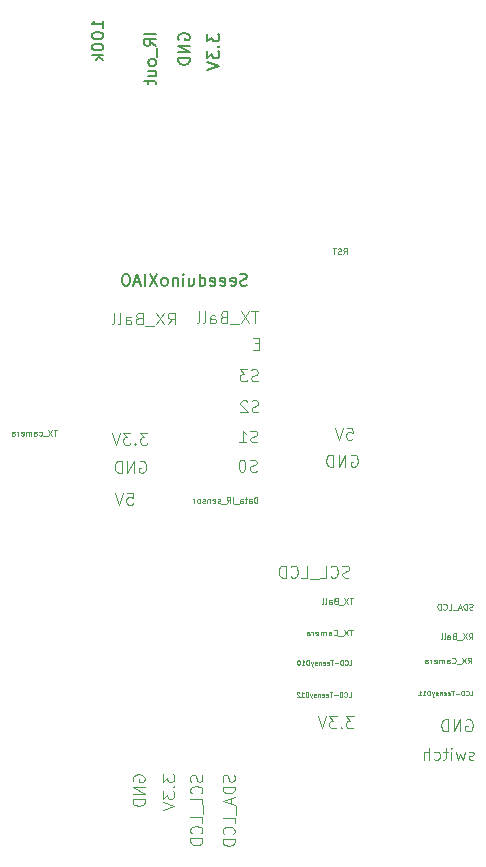
<source format=gbr>
%TF.GenerationSoftware,KiCad,Pcbnew,7.0.9*%
%TF.CreationDate,2024-07-26T16:53:16+09:00*%
%TF.ProjectId,IR_Borred,49525f42-6f72-4726-9564-2e6b69636164,rev?*%
%TF.SameCoordinates,Original*%
%TF.FileFunction,Legend,Bot*%
%TF.FilePolarity,Positive*%
%FSLAX46Y46*%
G04 Gerber Fmt 4.6, Leading zero omitted, Abs format (unit mm)*
G04 Created by KiCad (PCBNEW 7.0.9) date 2024-07-26 16:53:16*
%MOMM*%
%LPD*%
G01*
G04 APERTURE LIST*
%ADD10C,0.100000*%
%ADD11C,0.150000*%
G04 APERTURE END LIST*
D10*
X167652306Y-100070038D02*
X167747544Y-100022419D01*
X167747544Y-100022419D02*
X167890401Y-100022419D01*
X167890401Y-100022419D02*
X168033258Y-100070038D01*
X168033258Y-100070038D02*
X168128496Y-100165276D01*
X168128496Y-100165276D02*
X168176115Y-100260514D01*
X168176115Y-100260514D02*
X168223734Y-100450990D01*
X168223734Y-100450990D02*
X168223734Y-100593847D01*
X168223734Y-100593847D02*
X168176115Y-100784323D01*
X168176115Y-100784323D02*
X168128496Y-100879561D01*
X168128496Y-100879561D02*
X168033258Y-100974800D01*
X168033258Y-100974800D02*
X167890401Y-101022419D01*
X167890401Y-101022419D02*
X167795163Y-101022419D01*
X167795163Y-101022419D02*
X167652306Y-100974800D01*
X167652306Y-100974800D02*
X167604687Y-100927180D01*
X167604687Y-100927180D02*
X167604687Y-100593847D01*
X167604687Y-100593847D02*
X167795163Y-100593847D01*
X167176115Y-101022419D02*
X167176115Y-100022419D01*
X167176115Y-100022419D02*
X166604687Y-101022419D01*
X166604687Y-101022419D02*
X166604687Y-100022419D01*
X166128496Y-101022419D02*
X166128496Y-100022419D01*
X166128496Y-100022419D02*
X165890401Y-100022419D01*
X165890401Y-100022419D02*
X165747544Y-100070038D01*
X165747544Y-100070038D02*
X165652306Y-100165276D01*
X165652306Y-100165276D02*
X165604687Y-100260514D01*
X165604687Y-100260514D02*
X165557068Y-100450990D01*
X165557068Y-100450990D02*
X165557068Y-100593847D01*
X165557068Y-100593847D02*
X165604687Y-100784323D01*
X165604687Y-100784323D02*
X165652306Y-100879561D01*
X165652306Y-100879561D02*
X165747544Y-100974800D01*
X165747544Y-100974800D02*
X165890401Y-101022419D01*
X165890401Y-101022419D02*
X166128496Y-101022419D01*
D11*
X141414819Y-41948571D02*
X140414819Y-41948571D01*
X141414819Y-42996189D02*
X140938628Y-42662856D01*
X141414819Y-42424761D02*
X140414819Y-42424761D01*
X140414819Y-42424761D02*
X140414819Y-42805713D01*
X140414819Y-42805713D02*
X140462438Y-42900951D01*
X140462438Y-42900951D02*
X140510057Y-42948570D01*
X140510057Y-42948570D02*
X140605295Y-42996189D01*
X140605295Y-42996189D02*
X140748152Y-42996189D01*
X140748152Y-42996189D02*
X140843390Y-42948570D01*
X140843390Y-42948570D02*
X140891009Y-42900951D01*
X140891009Y-42900951D02*
X140938628Y-42805713D01*
X140938628Y-42805713D02*
X140938628Y-42424761D01*
X141510057Y-43186666D02*
X141510057Y-43948570D01*
X141414819Y-44329523D02*
X141367200Y-44234285D01*
X141367200Y-44234285D02*
X141319580Y-44186666D01*
X141319580Y-44186666D02*
X141224342Y-44139047D01*
X141224342Y-44139047D02*
X140938628Y-44139047D01*
X140938628Y-44139047D02*
X140843390Y-44186666D01*
X140843390Y-44186666D02*
X140795771Y-44234285D01*
X140795771Y-44234285D02*
X140748152Y-44329523D01*
X140748152Y-44329523D02*
X140748152Y-44472380D01*
X140748152Y-44472380D02*
X140795771Y-44567618D01*
X140795771Y-44567618D02*
X140843390Y-44615237D01*
X140843390Y-44615237D02*
X140938628Y-44662856D01*
X140938628Y-44662856D02*
X141224342Y-44662856D01*
X141224342Y-44662856D02*
X141319580Y-44615237D01*
X141319580Y-44615237D02*
X141367200Y-44567618D01*
X141367200Y-44567618D02*
X141414819Y-44472380D01*
X141414819Y-44472380D02*
X141414819Y-44329523D01*
X140748152Y-45519999D02*
X141414819Y-45519999D01*
X140748152Y-45091428D02*
X141271961Y-45091428D01*
X141271961Y-45091428D02*
X141367200Y-45139047D01*
X141367200Y-45139047D02*
X141414819Y-45234285D01*
X141414819Y-45234285D02*
X141414819Y-45377142D01*
X141414819Y-45377142D02*
X141367200Y-45472380D01*
X141367200Y-45472380D02*
X141319580Y-45519999D01*
X140748152Y-45853333D02*
X140748152Y-46234285D01*
X140414819Y-45996190D02*
X141271961Y-45996190D01*
X141271961Y-45996190D02*
X141367200Y-46043809D01*
X141367200Y-46043809D02*
X141414819Y-46139047D01*
X141414819Y-46139047D02*
X141414819Y-46234285D01*
D10*
X158046591Y-92413609D02*
X157760877Y-92413609D01*
X157903734Y-92913609D02*
X157903734Y-92413609D01*
X157641830Y-92413609D02*
X157308497Y-92913609D01*
X157308497Y-92413609D02*
X157641830Y-92913609D01*
X157237069Y-92961228D02*
X156856116Y-92961228D01*
X156451355Y-92865990D02*
X156475164Y-92889800D01*
X156475164Y-92889800D02*
X156546593Y-92913609D01*
X156546593Y-92913609D02*
X156594212Y-92913609D01*
X156594212Y-92913609D02*
X156665640Y-92889800D01*
X156665640Y-92889800D02*
X156713259Y-92842180D01*
X156713259Y-92842180D02*
X156737069Y-92794561D01*
X156737069Y-92794561D02*
X156760878Y-92699323D01*
X156760878Y-92699323D02*
X156760878Y-92627895D01*
X156760878Y-92627895D02*
X156737069Y-92532657D01*
X156737069Y-92532657D02*
X156713259Y-92485038D01*
X156713259Y-92485038D02*
X156665640Y-92437419D01*
X156665640Y-92437419D02*
X156594212Y-92413609D01*
X156594212Y-92413609D02*
X156546593Y-92413609D01*
X156546593Y-92413609D02*
X156475164Y-92437419D01*
X156475164Y-92437419D02*
X156451355Y-92461228D01*
X156022783Y-92913609D02*
X156022783Y-92651704D01*
X156022783Y-92651704D02*
X156046593Y-92604085D01*
X156046593Y-92604085D02*
X156094212Y-92580276D01*
X156094212Y-92580276D02*
X156189450Y-92580276D01*
X156189450Y-92580276D02*
X156237069Y-92604085D01*
X156022783Y-92889800D02*
X156070402Y-92913609D01*
X156070402Y-92913609D02*
X156189450Y-92913609D01*
X156189450Y-92913609D02*
X156237069Y-92889800D01*
X156237069Y-92889800D02*
X156260878Y-92842180D01*
X156260878Y-92842180D02*
X156260878Y-92794561D01*
X156260878Y-92794561D02*
X156237069Y-92746942D01*
X156237069Y-92746942D02*
X156189450Y-92723133D01*
X156189450Y-92723133D02*
X156070402Y-92723133D01*
X156070402Y-92723133D02*
X156022783Y-92699323D01*
X155784688Y-92913609D02*
X155784688Y-92580276D01*
X155784688Y-92627895D02*
X155760878Y-92604085D01*
X155760878Y-92604085D02*
X155713259Y-92580276D01*
X155713259Y-92580276D02*
X155641831Y-92580276D01*
X155641831Y-92580276D02*
X155594212Y-92604085D01*
X155594212Y-92604085D02*
X155570402Y-92651704D01*
X155570402Y-92651704D02*
X155570402Y-92913609D01*
X155570402Y-92651704D02*
X155546593Y-92604085D01*
X155546593Y-92604085D02*
X155498974Y-92580276D01*
X155498974Y-92580276D02*
X155427545Y-92580276D01*
X155427545Y-92580276D02*
X155379926Y-92604085D01*
X155379926Y-92604085D02*
X155356116Y-92651704D01*
X155356116Y-92651704D02*
X155356116Y-92913609D01*
X154927545Y-92889800D02*
X154975164Y-92913609D01*
X154975164Y-92913609D02*
X155070402Y-92913609D01*
X155070402Y-92913609D02*
X155118021Y-92889800D01*
X155118021Y-92889800D02*
X155141830Y-92842180D01*
X155141830Y-92842180D02*
X155141830Y-92651704D01*
X155141830Y-92651704D02*
X155118021Y-92604085D01*
X155118021Y-92604085D02*
X155070402Y-92580276D01*
X155070402Y-92580276D02*
X154975164Y-92580276D01*
X154975164Y-92580276D02*
X154927545Y-92604085D01*
X154927545Y-92604085D02*
X154903735Y-92651704D01*
X154903735Y-92651704D02*
X154903735Y-92699323D01*
X154903735Y-92699323D02*
X155141830Y-92746942D01*
X154689450Y-92913609D02*
X154689450Y-92580276D01*
X154689450Y-92675514D02*
X154665640Y-92627895D01*
X154665640Y-92627895D02*
X154641831Y-92604085D01*
X154641831Y-92604085D02*
X154594212Y-92580276D01*
X154594212Y-92580276D02*
X154546593Y-92580276D01*
X154165640Y-92913609D02*
X154165640Y-92651704D01*
X154165640Y-92651704D02*
X154189450Y-92604085D01*
X154189450Y-92604085D02*
X154237069Y-92580276D01*
X154237069Y-92580276D02*
X154332307Y-92580276D01*
X154332307Y-92580276D02*
X154379926Y-92604085D01*
X154165640Y-92889800D02*
X154213259Y-92913609D01*
X154213259Y-92913609D02*
X154332307Y-92913609D01*
X154332307Y-92913609D02*
X154379926Y-92889800D01*
X154379926Y-92889800D02*
X154403735Y-92842180D01*
X154403735Y-92842180D02*
X154403735Y-92794561D01*
X154403735Y-92794561D02*
X154379926Y-92746942D01*
X154379926Y-92746942D02*
X154332307Y-92723133D01*
X154332307Y-92723133D02*
X154213259Y-92723133D01*
X154213259Y-92723133D02*
X154165640Y-92699323D01*
X157758496Y-95407847D02*
X157948972Y-95407847D01*
X157948972Y-95407847D02*
X157948972Y-95007847D01*
X157396591Y-95369752D02*
X157415639Y-95388800D01*
X157415639Y-95388800D02*
X157472781Y-95407847D01*
X157472781Y-95407847D02*
X157510877Y-95407847D01*
X157510877Y-95407847D02*
X157568020Y-95388800D01*
X157568020Y-95388800D02*
X157606115Y-95350704D01*
X157606115Y-95350704D02*
X157625162Y-95312609D01*
X157625162Y-95312609D02*
X157644210Y-95236419D01*
X157644210Y-95236419D02*
X157644210Y-95179276D01*
X157644210Y-95179276D02*
X157625162Y-95103085D01*
X157625162Y-95103085D02*
X157606115Y-95064990D01*
X157606115Y-95064990D02*
X157568020Y-95026895D01*
X157568020Y-95026895D02*
X157510877Y-95007847D01*
X157510877Y-95007847D02*
X157472781Y-95007847D01*
X157472781Y-95007847D02*
X157415639Y-95026895D01*
X157415639Y-95026895D02*
X157396591Y-95045942D01*
X157225162Y-95407847D02*
X157225162Y-95007847D01*
X157225162Y-95007847D02*
X157129924Y-95007847D01*
X157129924Y-95007847D02*
X157072781Y-95026895D01*
X157072781Y-95026895D02*
X157034686Y-95064990D01*
X157034686Y-95064990D02*
X157015639Y-95103085D01*
X157015639Y-95103085D02*
X156996591Y-95179276D01*
X156996591Y-95179276D02*
X156996591Y-95236419D01*
X156996591Y-95236419D02*
X157015639Y-95312609D01*
X157015639Y-95312609D02*
X157034686Y-95350704D01*
X157034686Y-95350704D02*
X157072781Y-95388800D01*
X157072781Y-95388800D02*
X157129924Y-95407847D01*
X157129924Y-95407847D02*
X157225162Y-95407847D01*
X156825162Y-95255466D02*
X156520401Y-95255466D01*
X156387067Y-95007847D02*
X156158496Y-95007847D01*
X156272782Y-95407847D02*
X156272782Y-95007847D01*
X155872781Y-95388800D02*
X155910877Y-95407847D01*
X155910877Y-95407847D02*
X155987067Y-95407847D01*
X155987067Y-95407847D02*
X156025162Y-95388800D01*
X156025162Y-95388800D02*
X156044210Y-95350704D01*
X156044210Y-95350704D02*
X156044210Y-95198323D01*
X156044210Y-95198323D02*
X156025162Y-95160228D01*
X156025162Y-95160228D02*
X155987067Y-95141180D01*
X155987067Y-95141180D02*
X155910877Y-95141180D01*
X155910877Y-95141180D02*
X155872781Y-95160228D01*
X155872781Y-95160228D02*
X155853734Y-95198323D01*
X155853734Y-95198323D02*
X155853734Y-95236419D01*
X155853734Y-95236419D02*
X156044210Y-95274514D01*
X155529924Y-95388800D02*
X155568020Y-95407847D01*
X155568020Y-95407847D02*
X155644210Y-95407847D01*
X155644210Y-95407847D02*
X155682305Y-95388800D01*
X155682305Y-95388800D02*
X155701353Y-95350704D01*
X155701353Y-95350704D02*
X155701353Y-95198323D01*
X155701353Y-95198323D02*
X155682305Y-95160228D01*
X155682305Y-95160228D02*
X155644210Y-95141180D01*
X155644210Y-95141180D02*
X155568020Y-95141180D01*
X155568020Y-95141180D02*
X155529924Y-95160228D01*
X155529924Y-95160228D02*
X155510877Y-95198323D01*
X155510877Y-95198323D02*
X155510877Y-95236419D01*
X155510877Y-95236419D02*
X155701353Y-95274514D01*
X155339448Y-95141180D02*
X155339448Y-95407847D01*
X155339448Y-95179276D02*
X155320401Y-95160228D01*
X155320401Y-95160228D02*
X155282306Y-95141180D01*
X155282306Y-95141180D02*
X155225163Y-95141180D01*
X155225163Y-95141180D02*
X155187067Y-95160228D01*
X155187067Y-95160228D02*
X155168020Y-95198323D01*
X155168020Y-95198323D02*
X155168020Y-95407847D01*
X154996591Y-95388800D02*
X154958496Y-95407847D01*
X154958496Y-95407847D02*
X154882305Y-95407847D01*
X154882305Y-95407847D02*
X154844210Y-95388800D01*
X154844210Y-95388800D02*
X154825162Y-95350704D01*
X154825162Y-95350704D02*
X154825162Y-95331657D01*
X154825162Y-95331657D02*
X154844210Y-95293561D01*
X154844210Y-95293561D02*
X154882305Y-95274514D01*
X154882305Y-95274514D02*
X154939448Y-95274514D01*
X154939448Y-95274514D02*
X154977543Y-95255466D01*
X154977543Y-95255466D02*
X154996591Y-95217371D01*
X154996591Y-95217371D02*
X154996591Y-95198323D01*
X154996591Y-95198323D02*
X154977543Y-95160228D01*
X154977543Y-95160228D02*
X154939448Y-95141180D01*
X154939448Y-95141180D02*
X154882305Y-95141180D01*
X154882305Y-95141180D02*
X154844210Y-95160228D01*
X154691829Y-95141180D02*
X154596591Y-95407847D01*
X154501352Y-95141180D02*
X154596591Y-95407847D01*
X154596591Y-95407847D02*
X154634686Y-95503085D01*
X154634686Y-95503085D02*
X154653733Y-95522133D01*
X154653733Y-95522133D02*
X154691829Y-95541180D01*
X154348971Y-95407847D02*
X154348971Y-95007847D01*
X154348971Y-95007847D02*
X154253733Y-95007847D01*
X154253733Y-95007847D02*
X154196590Y-95026895D01*
X154196590Y-95026895D02*
X154158495Y-95064990D01*
X154158495Y-95064990D02*
X154139448Y-95103085D01*
X154139448Y-95103085D02*
X154120400Y-95179276D01*
X154120400Y-95179276D02*
X154120400Y-95236419D01*
X154120400Y-95236419D02*
X154139448Y-95312609D01*
X154139448Y-95312609D02*
X154158495Y-95350704D01*
X154158495Y-95350704D02*
X154196590Y-95388800D01*
X154196590Y-95388800D02*
X154253733Y-95407847D01*
X154253733Y-95407847D02*
X154348971Y-95407847D01*
X153739448Y-95407847D02*
X153968019Y-95407847D01*
X153853733Y-95407847D02*
X153853733Y-95007847D01*
X153853733Y-95007847D02*
X153891829Y-95064990D01*
X153891829Y-95064990D02*
X153929924Y-95103085D01*
X153929924Y-95103085D02*
X153968019Y-95122133D01*
X153491829Y-95007847D02*
X153453734Y-95007847D01*
X153453734Y-95007847D02*
X153415638Y-95026895D01*
X153415638Y-95026895D02*
X153396591Y-95045942D01*
X153396591Y-95045942D02*
X153377543Y-95084038D01*
X153377543Y-95084038D02*
X153358496Y-95160228D01*
X153358496Y-95160228D02*
X153358496Y-95255466D01*
X153358496Y-95255466D02*
X153377543Y-95331657D01*
X153377543Y-95331657D02*
X153396591Y-95369752D01*
X153396591Y-95369752D02*
X153415638Y-95388800D01*
X153415638Y-95388800D02*
X153453734Y-95407847D01*
X153453734Y-95407847D02*
X153491829Y-95407847D01*
X153491829Y-95407847D02*
X153529924Y-95388800D01*
X153529924Y-95388800D02*
X153548972Y-95369752D01*
X153548972Y-95369752D02*
X153568019Y-95331657D01*
X153568019Y-95331657D02*
X153587067Y-95255466D01*
X153587067Y-95255466D02*
X153587067Y-95160228D01*
X153587067Y-95160228D02*
X153568019Y-95084038D01*
X153568019Y-95084038D02*
X153548972Y-95045942D01*
X153548972Y-95045942D02*
X153529924Y-95026895D01*
X153529924Y-95026895D02*
X153491829Y-95007847D01*
X157922306Y-77660038D02*
X158017544Y-77612419D01*
X158017544Y-77612419D02*
X158160401Y-77612419D01*
X158160401Y-77612419D02*
X158303258Y-77660038D01*
X158303258Y-77660038D02*
X158398496Y-77755276D01*
X158398496Y-77755276D02*
X158446115Y-77850514D01*
X158446115Y-77850514D02*
X158493734Y-78040990D01*
X158493734Y-78040990D02*
X158493734Y-78183847D01*
X158493734Y-78183847D02*
X158446115Y-78374323D01*
X158446115Y-78374323D02*
X158398496Y-78469561D01*
X158398496Y-78469561D02*
X158303258Y-78564800D01*
X158303258Y-78564800D02*
X158160401Y-78612419D01*
X158160401Y-78612419D02*
X158065163Y-78612419D01*
X158065163Y-78612419D02*
X157922306Y-78564800D01*
X157922306Y-78564800D02*
X157874687Y-78517180D01*
X157874687Y-78517180D02*
X157874687Y-78183847D01*
X157874687Y-78183847D02*
X158065163Y-78183847D01*
X157446115Y-78612419D02*
X157446115Y-77612419D01*
X157446115Y-77612419D02*
X156874687Y-78612419D01*
X156874687Y-78612419D02*
X156874687Y-77612419D01*
X156398496Y-78612419D02*
X156398496Y-77612419D01*
X156398496Y-77612419D02*
X156160401Y-77612419D01*
X156160401Y-77612419D02*
X156017544Y-77660038D01*
X156017544Y-77660038D02*
X155922306Y-77755276D01*
X155922306Y-77755276D02*
X155874687Y-77850514D01*
X155874687Y-77850514D02*
X155827068Y-78040990D01*
X155827068Y-78040990D02*
X155827068Y-78183847D01*
X155827068Y-78183847D02*
X155874687Y-78374323D01*
X155874687Y-78374323D02*
X155922306Y-78469561D01*
X155922306Y-78469561D02*
X156017544Y-78564800D01*
X156017544Y-78564800D02*
X156160401Y-78612419D01*
X156160401Y-78612419D02*
X156398496Y-78612419D01*
D11*
X143312438Y-42488095D02*
X143264819Y-42392857D01*
X143264819Y-42392857D02*
X143264819Y-42250000D01*
X143264819Y-42250000D02*
X143312438Y-42107143D01*
X143312438Y-42107143D02*
X143407676Y-42011905D01*
X143407676Y-42011905D02*
X143502914Y-41964286D01*
X143502914Y-41964286D02*
X143693390Y-41916667D01*
X143693390Y-41916667D02*
X143836247Y-41916667D01*
X143836247Y-41916667D02*
X144026723Y-41964286D01*
X144026723Y-41964286D02*
X144121961Y-42011905D01*
X144121961Y-42011905D02*
X144217200Y-42107143D01*
X144217200Y-42107143D02*
X144264819Y-42250000D01*
X144264819Y-42250000D02*
X144264819Y-42345238D01*
X144264819Y-42345238D02*
X144217200Y-42488095D01*
X144217200Y-42488095D02*
X144169580Y-42535714D01*
X144169580Y-42535714D02*
X143836247Y-42535714D01*
X143836247Y-42535714D02*
X143836247Y-42345238D01*
X144264819Y-42964286D02*
X143264819Y-42964286D01*
X143264819Y-42964286D02*
X144264819Y-43535714D01*
X144264819Y-43535714D02*
X143264819Y-43535714D01*
X144264819Y-44011905D02*
X143264819Y-44011905D01*
X143264819Y-44011905D02*
X143264819Y-44250000D01*
X143264819Y-44250000D02*
X143312438Y-44392857D01*
X143312438Y-44392857D02*
X143407676Y-44488095D01*
X143407676Y-44488095D02*
X143502914Y-44535714D01*
X143502914Y-44535714D02*
X143693390Y-44583333D01*
X143693390Y-44583333D02*
X143836247Y-44583333D01*
X143836247Y-44583333D02*
X144026723Y-44535714D01*
X144026723Y-44535714D02*
X144121961Y-44488095D01*
X144121961Y-44488095D02*
X144217200Y-44392857D01*
X144217200Y-44392857D02*
X144264819Y-44250000D01*
X144264819Y-44250000D02*
X144264819Y-44011905D01*
X145764819Y-42003810D02*
X145764819Y-42622857D01*
X145764819Y-42622857D02*
X146145771Y-42289524D01*
X146145771Y-42289524D02*
X146145771Y-42432381D01*
X146145771Y-42432381D02*
X146193390Y-42527619D01*
X146193390Y-42527619D02*
X146241009Y-42575238D01*
X146241009Y-42575238D02*
X146336247Y-42622857D01*
X146336247Y-42622857D02*
X146574342Y-42622857D01*
X146574342Y-42622857D02*
X146669580Y-42575238D01*
X146669580Y-42575238D02*
X146717200Y-42527619D01*
X146717200Y-42527619D02*
X146764819Y-42432381D01*
X146764819Y-42432381D02*
X146764819Y-42146667D01*
X146764819Y-42146667D02*
X146717200Y-42051429D01*
X146717200Y-42051429D02*
X146669580Y-42003810D01*
X146669580Y-43051429D02*
X146717200Y-43099048D01*
X146717200Y-43099048D02*
X146764819Y-43051429D01*
X146764819Y-43051429D02*
X146717200Y-43003810D01*
X146717200Y-43003810D02*
X146669580Y-43051429D01*
X146669580Y-43051429D02*
X146764819Y-43051429D01*
X145764819Y-43432381D02*
X145764819Y-44051428D01*
X145764819Y-44051428D02*
X146145771Y-43718095D01*
X146145771Y-43718095D02*
X146145771Y-43860952D01*
X146145771Y-43860952D02*
X146193390Y-43956190D01*
X146193390Y-43956190D02*
X146241009Y-44003809D01*
X146241009Y-44003809D02*
X146336247Y-44051428D01*
X146336247Y-44051428D02*
X146574342Y-44051428D01*
X146574342Y-44051428D02*
X146669580Y-44003809D01*
X146669580Y-44003809D02*
X146717200Y-43956190D01*
X146717200Y-43956190D02*
X146764819Y-43860952D01*
X146764819Y-43860952D02*
X146764819Y-43575238D01*
X146764819Y-43575238D02*
X146717200Y-43480000D01*
X146717200Y-43480000D02*
X146669580Y-43432381D01*
X145764819Y-44337143D02*
X146764819Y-44670476D01*
X146764819Y-44670476D02*
X145764819Y-45003809D01*
D10*
X141962419Y-104668646D02*
X141962419Y-105287693D01*
X141962419Y-105287693D02*
X142343371Y-104954360D01*
X142343371Y-104954360D02*
X142343371Y-105097217D01*
X142343371Y-105097217D02*
X142390990Y-105192455D01*
X142390990Y-105192455D02*
X142438609Y-105240074D01*
X142438609Y-105240074D02*
X142533847Y-105287693D01*
X142533847Y-105287693D02*
X142771942Y-105287693D01*
X142771942Y-105287693D02*
X142867180Y-105240074D01*
X142867180Y-105240074D02*
X142914800Y-105192455D01*
X142914800Y-105192455D02*
X142962419Y-105097217D01*
X142962419Y-105097217D02*
X142962419Y-104811503D01*
X142962419Y-104811503D02*
X142914800Y-104716265D01*
X142914800Y-104716265D02*
X142867180Y-104668646D01*
X142867180Y-105716265D02*
X142914800Y-105763884D01*
X142914800Y-105763884D02*
X142962419Y-105716265D01*
X142962419Y-105716265D02*
X142914800Y-105668646D01*
X142914800Y-105668646D02*
X142867180Y-105716265D01*
X142867180Y-105716265D02*
X142962419Y-105716265D01*
X141962419Y-106097217D02*
X141962419Y-106716264D01*
X141962419Y-106716264D02*
X142343371Y-106382931D01*
X142343371Y-106382931D02*
X142343371Y-106525788D01*
X142343371Y-106525788D02*
X142390990Y-106621026D01*
X142390990Y-106621026D02*
X142438609Y-106668645D01*
X142438609Y-106668645D02*
X142533847Y-106716264D01*
X142533847Y-106716264D02*
X142771942Y-106716264D01*
X142771942Y-106716264D02*
X142867180Y-106668645D01*
X142867180Y-106668645D02*
X142914800Y-106621026D01*
X142914800Y-106621026D02*
X142962419Y-106525788D01*
X142962419Y-106525788D02*
X142962419Y-106240074D01*
X142962419Y-106240074D02*
X142914800Y-106144836D01*
X142914800Y-106144836D02*
X142867180Y-106097217D01*
X141962419Y-107001979D02*
X142962419Y-107335312D01*
X142962419Y-107335312D02*
X141962419Y-107668645D01*
X157539925Y-75326419D02*
X158016115Y-75326419D01*
X158016115Y-75326419D02*
X158063734Y-75802609D01*
X158063734Y-75802609D02*
X158016115Y-75754990D01*
X158016115Y-75754990D02*
X157920877Y-75707371D01*
X157920877Y-75707371D02*
X157682782Y-75707371D01*
X157682782Y-75707371D02*
X157587544Y-75754990D01*
X157587544Y-75754990D02*
X157539925Y-75802609D01*
X157539925Y-75802609D02*
X157492306Y-75897847D01*
X157492306Y-75897847D02*
X157492306Y-76135942D01*
X157492306Y-76135942D02*
X157539925Y-76231180D01*
X157539925Y-76231180D02*
X157587544Y-76278800D01*
X157587544Y-76278800D02*
X157682782Y-76326419D01*
X157682782Y-76326419D02*
X157920877Y-76326419D01*
X157920877Y-76326419D02*
X158016115Y-76278800D01*
X158016115Y-76278800D02*
X158063734Y-76231180D01*
X157206591Y-75326419D02*
X156873258Y-76326419D01*
X156873258Y-76326419D02*
X156539925Y-75326419D01*
X140671353Y-75752419D02*
X140052306Y-75752419D01*
X140052306Y-75752419D02*
X140385639Y-76133371D01*
X140385639Y-76133371D02*
X140242782Y-76133371D01*
X140242782Y-76133371D02*
X140147544Y-76180990D01*
X140147544Y-76180990D02*
X140099925Y-76228609D01*
X140099925Y-76228609D02*
X140052306Y-76323847D01*
X140052306Y-76323847D02*
X140052306Y-76561942D01*
X140052306Y-76561942D02*
X140099925Y-76657180D01*
X140099925Y-76657180D02*
X140147544Y-76704800D01*
X140147544Y-76704800D02*
X140242782Y-76752419D01*
X140242782Y-76752419D02*
X140528496Y-76752419D01*
X140528496Y-76752419D02*
X140623734Y-76704800D01*
X140623734Y-76704800D02*
X140671353Y-76657180D01*
X139623734Y-76657180D02*
X139576115Y-76704800D01*
X139576115Y-76704800D02*
X139623734Y-76752419D01*
X139623734Y-76752419D02*
X139671353Y-76704800D01*
X139671353Y-76704800D02*
X139623734Y-76657180D01*
X139623734Y-76657180D02*
X139623734Y-76752419D01*
X139242782Y-75752419D02*
X138623735Y-75752419D01*
X138623735Y-75752419D02*
X138957068Y-76133371D01*
X138957068Y-76133371D02*
X138814211Y-76133371D01*
X138814211Y-76133371D02*
X138718973Y-76180990D01*
X138718973Y-76180990D02*
X138671354Y-76228609D01*
X138671354Y-76228609D02*
X138623735Y-76323847D01*
X138623735Y-76323847D02*
X138623735Y-76561942D01*
X138623735Y-76561942D02*
X138671354Y-76657180D01*
X138671354Y-76657180D02*
X138718973Y-76704800D01*
X138718973Y-76704800D02*
X138814211Y-76752419D01*
X138814211Y-76752419D02*
X139099925Y-76752419D01*
X139099925Y-76752419D02*
X139195163Y-76704800D01*
X139195163Y-76704800D02*
X139242782Y-76657180D01*
X138338020Y-75752419D02*
X138004687Y-76752419D01*
X138004687Y-76752419D02*
X137671354Y-75752419D01*
X140012306Y-78180038D02*
X140107544Y-78132419D01*
X140107544Y-78132419D02*
X140250401Y-78132419D01*
X140250401Y-78132419D02*
X140393258Y-78180038D01*
X140393258Y-78180038D02*
X140488496Y-78275276D01*
X140488496Y-78275276D02*
X140536115Y-78370514D01*
X140536115Y-78370514D02*
X140583734Y-78560990D01*
X140583734Y-78560990D02*
X140583734Y-78703847D01*
X140583734Y-78703847D02*
X140536115Y-78894323D01*
X140536115Y-78894323D02*
X140488496Y-78989561D01*
X140488496Y-78989561D02*
X140393258Y-79084800D01*
X140393258Y-79084800D02*
X140250401Y-79132419D01*
X140250401Y-79132419D02*
X140155163Y-79132419D01*
X140155163Y-79132419D02*
X140012306Y-79084800D01*
X140012306Y-79084800D02*
X139964687Y-79037180D01*
X139964687Y-79037180D02*
X139964687Y-78703847D01*
X139964687Y-78703847D02*
X140155163Y-78703847D01*
X139536115Y-79132419D02*
X139536115Y-78132419D01*
X139536115Y-78132419D02*
X138964687Y-79132419D01*
X138964687Y-79132419D02*
X138964687Y-78132419D01*
X138488496Y-79132419D02*
X138488496Y-78132419D01*
X138488496Y-78132419D02*
X138250401Y-78132419D01*
X138250401Y-78132419D02*
X138107544Y-78180038D01*
X138107544Y-78180038D02*
X138012306Y-78275276D01*
X138012306Y-78275276D02*
X137964687Y-78370514D01*
X137964687Y-78370514D02*
X137917068Y-78560990D01*
X137917068Y-78560990D02*
X137917068Y-78703847D01*
X137917068Y-78703847D02*
X137964687Y-78894323D01*
X137964687Y-78894323D02*
X138012306Y-78989561D01*
X138012306Y-78989561D02*
X138107544Y-79084800D01*
X138107544Y-79084800D02*
X138250401Y-79132419D01*
X138250401Y-79132419D02*
X138488496Y-79132419D01*
X168323734Y-103384800D02*
X168228496Y-103432419D01*
X168228496Y-103432419D02*
X168038020Y-103432419D01*
X168038020Y-103432419D02*
X167942782Y-103384800D01*
X167942782Y-103384800D02*
X167895163Y-103289561D01*
X167895163Y-103289561D02*
X167895163Y-103241942D01*
X167895163Y-103241942D02*
X167942782Y-103146704D01*
X167942782Y-103146704D02*
X168038020Y-103099085D01*
X168038020Y-103099085D02*
X168180877Y-103099085D01*
X168180877Y-103099085D02*
X168276115Y-103051466D01*
X168276115Y-103051466D02*
X168323734Y-102956228D01*
X168323734Y-102956228D02*
X168323734Y-102908609D01*
X168323734Y-102908609D02*
X168276115Y-102813371D01*
X168276115Y-102813371D02*
X168180877Y-102765752D01*
X168180877Y-102765752D02*
X168038020Y-102765752D01*
X168038020Y-102765752D02*
X167942782Y-102813371D01*
X167561829Y-102765752D02*
X167371353Y-103432419D01*
X167371353Y-103432419D02*
X167180877Y-102956228D01*
X167180877Y-102956228D02*
X166990401Y-103432419D01*
X166990401Y-103432419D02*
X166799925Y-102765752D01*
X166418972Y-103432419D02*
X166418972Y-102765752D01*
X166418972Y-102432419D02*
X166466591Y-102480038D01*
X166466591Y-102480038D02*
X166418972Y-102527657D01*
X166418972Y-102527657D02*
X166371353Y-102480038D01*
X166371353Y-102480038D02*
X166418972Y-102432419D01*
X166418972Y-102432419D02*
X166418972Y-102527657D01*
X166085639Y-102765752D02*
X165704687Y-102765752D01*
X165942782Y-102432419D02*
X165942782Y-103289561D01*
X165942782Y-103289561D02*
X165895163Y-103384800D01*
X165895163Y-103384800D02*
X165799925Y-103432419D01*
X165799925Y-103432419D02*
X165704687Y-103432419D01*
X164942782Y-103384800D02*
X165038020Y-103432419D01*
X165038020Y-103432419D02*
X165228496Y-103432419D01*
X165228496Y-103432419D02*
X165323734Y-103384800D01*
X165323734Y-103384800D02*
X165371353Y-103337180D01*
X165371353Y-103337180D02*
X165418972Y-103241942D01*
X165418972Y-103241942D02*
X165418972Y-102956228D01*
X165418972Y-102956228D02*
X165371353Y-102860990D01*
X165371353Y-102860990D02*
X165323734Y-102813371D01*
X165323734Y-102813371D02*
X165228496Y-102765752D01*
X165228496Y-102765752D02*
X165038020Y-102765752D01*
X165038020Y-102765752D02*
X164942782Y-102813371D01*
X164514210Y-103432419D02*
X164514210Y-102432419D01*
X164085639Y-103432419D02*
X164085639Y-102908609D01*
X164085639Y-102908609D02*
X164133258Y-102813371D01*
X164133258Y-102813371D02*
X164228496Y-102765752D01*
X164228496Y-102765752D02*
X164371353Y-102765752D01*
X164371353Y-102765752D02*
X164466591Y-102813371D01*
X164466591Y-102813371D02*
X164514210Y-102860990D01*
X168008496Y-97991847D02*
X168198972Y-97991847D01*
X168198972Y-97991847D02*
X168198972Y-97591847D01*
X167646591Y-97953752D02*
X167665639Y-97972800D01*
X167665639Y-97972800D02*
X167722781Y-97991847D01*
X167722781Y-97991847D02*
X167760877Y-97991847D01*
X167760877Y-97991847D02*
X167818020Y-97972800D01*
X167818020Y-97972800D02*
X167856115Y-97934704D01*
X167856115Y-97934704D02*
X167875162Y-97896609D01*
X167875162Y-97896609D02*
X167894210Y-97820419D01*
X167894210Y-97820419D02*
X167894210Y-97763276D01*
X167894210Y-97763276D02*
X167875162Y-97687085D01*
X167875162Y-97687085D02*
X167856115Y-97648990D01*
X167856115Y-97648990D02*
X167818020Y-97610895D01*
X167818020Y-97610895D02*
X167760877Y-97591847D01*
X167760877Y-97591847D02*
X167722781Y-97591847D01*
X167722781Y-97591847D02*
X167665639Y-97610895D01*
X167665639Y-97610895D02*
X167646591Y-97629942D01*
X167475162Y-97991847D02*
X167475162Y-97591847D01*
X167475162Y-97591847D02*
X167379924Y-97591847D01*
X167379924Y-97591847D02*
X167322781Y-97610895D01*
X167322781Y-97610895D02*
X167284686Y-97648990D01*
X167284686Y-97648990D02*
X167265639Y-97687085D01*
X167265639Y-97687085D02*
X167246591Y-97763276D01*
X167246591Y-97763276D02*
X167246591Y-97820419D01*
X167246591Y-97820419D02*
X167265639Y-97896609D01*
X167265639Y-97896609D02*
X167284686Y-97934704D01*
X167284686Y-97934704D02*
X167322781Y-97972800D01*
X167322781Y-97972800D02*
X167379924Y-97991847D01*
X167379924Y-97991847D02*
X167475162Y-97991847D01*
X167075162Y-97839466D02*
X166770401Y-97839466D01*
X166637067Y-97591847D02*
X166408496Y-97591847D01*
X166522782Y-97991847D02*
X166522782Y-97591847D01*
X166122781Y-97972800D02*
X166160877Y-97991847D01*
X166160877Y-97991847D02*
X166237067Y-97991847D01*
X166237067Y-97991847D02*
X166275162Y-97972800D01*
X166275162Y-97972800D02*
X166294210Y-97934704D01*
X166294210Y-97934704D02*
X166294210Y-97782323D01*
X166294210Y-97782323D02*
X166275162Y-97744228D01*
X166275162Y-97744228D02*
X166237067Y-97725180D01*
X166237067Y-97725180D02*
X166160877Y-97725180D01*
X166160877Y-97725180D02*
X166122781Y-97744228D01*
X166122781Y-97744228D02*
X166103734Y-97782323D01*
X166103734Y-97782323D02*
X166103734Y-97820419D01*
X166103734Y-97820419D02*
X166294210Y-97858514D01*
X165779924Y-97972800D02*
X165818020Y-97991847D01*
X165818020Y-97991847D02*
X165894210Y-97991847D01*
X165894210Y-97991847D02*
X165932305Y-97972800D01*
X165932305Y-97972800D02*
X165951353Y-97934704D01*
X165951353Y-97934704D02*
X165951353Y-97782323D01*
X165951353Y-97782323D02*
X165932305Y-97744228D01*
X165932305Y-97744228D02*
X165894210Y-97725180D01*
X165894210Y-97725180D02*
X165818020Y-97725180D01*
X165818020Y-97725180D02*
X165779924Y-97744228D01*
X165779924Y-97744228D02*
X165760877Y-97782323D01*
X165760877Y-97782323D02*
X165760877Y-97820419D01*
X165760877Y-97820419D02*
X165951353Y-97858514D01*
X165589448Y-97725180D02*
X165589448Y-97991847D01*
X165589448Y-97763276D02*
X165570401Y-97744228D01*
X165570401Y-97744228D02*
X165532306Y-97725180D01*
X165532306Y-97725180D02*
X165475163Y-97725180D01*
X165475163Y-97725180D02*
X165437067Y-97744228D01*
X165437067Y-97744228D02*
X165418020Y-97782323D01*
X165418020Y-97782323D02*
X165418020Y-97991847D01*
X165246591Y-97972800D02*
X165208496Y-97991847D01*
X165208496Y-97991847D02*
X165132305Y-97991847D01*
X165132305Y-97991847D02*
X165094210Y-97972800D01*
X165094210Y-97972800D02*
X165075162Y-97934704D01*
X165075162Y-97934704D02*
X165075162Y-97915657D01*
X165075162Y-97915657D02*
X165094210Y-97877561D01*
X165094210Y-97877561D02*
X165132305Y-97858514D01*
X165132305Y-97858514D02*
X165189448Y-97858514D01*
X165189448Y-97858514D02*
X165227543Y-97839466D01*
X165227543Y-97839466D02*
X165246591Y-97801371D01*
X165246591Y-97801371D02*
X165246591Y-97782323D01*
X165246591Y-97782323D02*
X165227543Y-97744228D01*
X165227543Y-97744228D02*
X165189448Y-97725180D01*
X165189448Y-97725180D02*
X165132305Y-97725180D01*
X165132305Y-97725180D02*
X165094210Y-97744228D01*
X164941829Y-97725180D02*
X164846591Y-97991847D01*
X164751352Y-97725180D02*
X164846591Y-97991847D01*
X164846591Y-97991847D02*
X164884686Y-98087085D01*
X164884686Y-98087085D02*
X164903733Y-98106133D01*
X164903733Y-98106133D02*
X164941829Y-98125180D01*
X164598971Y-97991847D02*
X164598971Y-97591847D01*
X164598971Y-97591847D02*
X164503733Y-97591847D01*
X164503733Y-97591847D02*
X164446590Y-97610895D01*
X164446590Y-97610895D02*
X164408495Y-97648990D01*
X164408495Y-97648990D02*
X164389448Y-97687085D01*
X164389448Y-97687085D02*
X164370400Y-97763276D01*
X164370400Y-97763276D02*
X164370400Y-97820419D01*
X164370400Y-97820419D02*
X164389448Y-97896609D01*
X164389448Y-97896609D02*
X164408495Y-97934704D01*
X164408495Y-97934704D02*
X164446590Y-97972800D01*
X164446590Y-97972800D02*
X164503733Y-97991847D01*
X164503733Y-97991847D02*
X164598971Y-97991847D01*
X163989448Y-97991847D02*
X164218019Y-97991847D01*
X164103733Y-97991847D02*
X164103733Y-97591847D01*
X164103733Y-97591847D02*
X164141829Y-97648990D01*
X164141829Y-97648990D02*
X164179924Y-97687085D01*
X164179924Y-97687085D02*
X164218019Y-97706133D01*
X163608496Y-97991847D02*
X163837067Y-97991847D01*
X163722781Y-97991847D02*
X163722781Y-97591847D01*
X163722781Y-97591847D02*
X163760877Y-97648990D01*
X163760877Y-97648990D02*
X163798972Y-97687085D01*
X163798972Y-97687085D02*
X163837067Y-97706133D01*
X167829449Y-95283609D02*
X167996115Y-95045514D01*
X168115163Y-95283609D02*
X168115163Y-94783609D01*
X168115163Y-94783609D02*
X167924687Y-94783609D01*
X167924687Y-94783609D02*
X167877068Y-94807419D01*
X167877068Y-94807419D02*
X167853258Y-94831228D01*
X167853258Y-94831228D02*
X167829449Y-94878847D01*
X167829449Y-94878847D02*
X167829449Y-94950276D01*
X167829449Y-94950276D02*
X167853258Y-94997895D01*
X167853258Y-94997895D02*
X167877068Y-95021704D01*
X167877068Y-95021704D02*
X167924687Y-95045514D01*
X167924687Y-95045514D02*
X168115163Y-95045514D01*
X167662782Y-94783609D02*
X167329449Y-95283609D01*
X167329449Y-94783609D02*
X167662782Y-95283609D01*
X167258021Y-95331228D02*
X166877068Y-95331228D01*
X166472307Y-95235990D02*
X166496116Y-95259800D01*
X166496116Y-95259800D02*
X166567545Y-95283609D01*
X166567545Y-95283609D02*
X166615164Y-95283609D01*
X166615164Y-95283609D02*
X166686592Y-95259800D01*
X166686592Y-95259800D02*
X166734211Y-95212180D01*
X166734211Y-95212180D02*
X166758021Y-95164561D01*
X166758021Y-95164561D02*
X166781830Y-95069323D01*
X166781830Y-95069323D02*
X166781830Y-94997895D01*
X166781830Y-94997895D02*
X166758021Y-94902657D01*
X166758021Y-94902657D02*
X166734211Y-94855038D01*
X166734211Y-94855038D02*
X166686592Y-94807419D01*
X166686592Y-94807419D02*
X166615164Y-94783609D01*
X166615164Y-94783609D02*
X166567545Y-94783609D01*
X166567545Y-94783609D02*
X166496116Y-94807419D01*
X166496116Y-94807419D02*
X166472307Y-94831228D01*
X166043735Y-95283609D02*
X166043735Y-95021704D01*
X166043735Y-95021704D02*
X166067545Y-94974085D01*
X166067545Y-94974085D02*
X166115164Y-94950276D01*
X166115164Y-94950276D02*
X166210402Y-94950276D01*
X166210402Y-94950276D02*
X166258021Y-94974085D01*
X166043735Y-95259800D02*
X166091354Y-95283609D01*
X166091354Y-95283609D02*
X166210402Y-95283609D01*
X166210402Y-95283609D02*
X166258021Y-95259800D01*
X166258021Y-95259800D02*
X166281830Y-95212180D01*
X166281830Y-95212180D02*
X166281830Y-95164561D01*
X166281830Y-95164561D02*
X166258021Y-95116942D01*
X166258021Y-95116942D02*
X166210402Y-95093133D01*
X166210402Y-95093133D02*
X166091354Y-95093133D01*
X166091354Y-95093133D02*
X166043735Y-95069323D01*
X165805640Y-95283609D02*
X165805640Y-94950276D01*
X165805640Y-94997895D02*
X165781830Y-94974085D01*
X165781830Y-94974085D02*
X165734211Y-94950276D01*
X165734211Y-94950276D02*
X165662783Y-94950276D01*
X165662783Y-94950276D02*
X165615164Y-94974085D01*
X165615164Y-94974085D02*
X165591354Y-95021704D01*
X165591354Y-95021704D02*
X165591354Y-95283609D01*
X165591354Y-95021704D02*
X165567545Y-94974085D01*
X165567545Y-94974085D02*
X165519926Y-94950276D01*
X165519926Y-94950276D02*
X165448497Y-94950276D01*
X165448497Y-94950276D02*
X165400878Y-94974085D01*
X165400878Y-94974085D02*
X165377068Y-95021704D01*
X165377068Y-95021704D02*
X165377068Y-95283609D01*
X164948497Y-95259800D02*
X164996116Y-95283609D01*
X164996116Y-95283609D02*
X165091354Y-95283609D01*
X165091354Y-95283609D02*
X165138973Y-95259800D01*
X165138973Y-95259800D02*
X165162782Y-95212180D01*
X165162782Y-95212180D02*
X165162782Y-95021704D01*
X165162782Y-95021704D02*
X165138973Y-94974085D01*
X165138973Y-94974085D02*
X165091354Y-94950276D01*
X165091354Y-94950276D02*
X164996116Y-94950276D01*
X164996116Y-94950276D02*
X164948497Y-94974085D01*
X164948497Y-94974085D02*
X164924687Y-95021704D01*
X164924687Y-95021704D02*
X164924687Y-95069323D01*
X164924687Y-95069323D02*
X165162782Y-95116942D01*
X164710402Y-95283609D02*
X164710402Y-94950276D01*
X164710402Y-95045514D02*
X164686592Y-94997895D01*
X164686592Y-94997895D02*
X164662783Y-94974085D01*
X164662783Y-94974085D02*
X164615164Y-94950276D01*
X164615164Y-94950276D02*
X164567545Y-94950276D01*
X164186592Y-95283609D02*
X164186592Y-95021704D01*
X164186592Y-95021704D02*
X164210402Y-94974085D01*
X164210402Y-94974085D02*
X164258021Y-94950276D01*
X164258021Y-94950276D02*
X164353259Y-94950276D01*
X164353259Y-94950276D02*
X164400878Y-94974085D01*
X164186592Y-95259800D02*
X164234211Y-95283609D01*
X164234211Y-95283609D02*
X164353259Y-95283609D01*
X164353259Y-95283609D02*
X164400878Y-95259800D01*
X164400878Y-95259800D02*
X164424687Y-95212180D01*
X164424687Y-95212180D02*
X164424687Y-95164561D01*
X164424687Y-95164561D02*
X164400878Y-95116942D01*
X164400878Y-95116942D02*
X164353259Y-95093133D01*
X164353259Y-95093133D02*
X164234211Y-95093133D01*
X164234211Y-95093133D02*
X164186592Y-95069323D01*
X142414687Y-66582419D02*
X142748020Y-66106228D01*
X142986115Y-66582419D02*
X142986115Y-65582419D01*
X142986115Y-65582419D02*
X142605163Y-65582419D01*
X142605163Y-65582419D02*
X142509925Y-65630038D01*
X142509925Y-65630038D02*
X142462306Y-65677657D01*
X142462306Y-65677657D02*
X142414687Y-65772895D01*
X142414687Y-65772895D02*
X142414687Y-65915752D01*
X142414687Y-65915752D02*
X142462306Y-66010990D01*
X142462306Y-66010990D02*
X142509925Y-66058609D01*
X142509925Y-66058609D02*
X142605163Y-66106228D01*
X142605163Y-66106228D02*
X142986115Y-66106228D01*
X142081353Y-65582419D02*
X141414687Y-66582419D01*
X141414687Y-65582419D02*
X142081353Y-66582419D01*
X141271830Y-66677657D02*
X140509925Y-66677657D01*
X139938496Y-66058609D02*
X139795639Y-66106228D01*
X139795639Y-66106228D02*
X139748020Y-66153847D01*
X139748020Y-66153847D02*
X139700401Y-66249085D01*
X139700401Y-66249085D02*
X139700401Y-66391942D01*
X139700401Y-66391942D02*
X139748020Y-66487180D01*
X139748020Y-66487180D02*
X139795639Y-66534800D01*
X139795639Y-66534800D02*
X139890877Y-66582419D01*
X139890877Y-66582419D02*
X140271829Y-66582419D01*
X140271829Y-66582419D02*
X140271829Y-65582419D01*
X140271829Y-65582419D02*
X139938496Y-65582419D01*
X139938496Y-65582419D02*
X139843258Y-65630038D01*
X139843258Y-65630038D02*
X139795639Y-65677657D01*
X139795639Y-65677657D02*
X139748020Y-65772895D01*
X139748020Y-65772895D02*
X139748020Y-65868133D01*
X139748020Y-65868133D02*
X139795639Y-65963371D01*
X139795639Y-65963371D02*
X139843258Y-66010990D01*
X139843258Y-66010990D02*
X139938496Y-66058609D01*
X139938496Y-66058609D02*
X140271829Y-66058609D01*
X138843258Y-66582419D02*
X138843258Y-66058609D01*
X138843258Y-66058609D02*
X138890877Y-65963371D01*
X138890877Y-65963371D02*
X138986115Y-65915752D01*
X138986115Y-65915752D02*
X139176591Y-65915752D01*
X139176591Y-65915752D02*
X139271829Y-65963371D01*
X138843258Y-66534800D02*
X138938496Y-66582419D01*
X138938496Y-66582419D02*
X139176591Y-66582419D01*
X139176591Y-66582419D02*
X139271829Y-66534800D01*
X139271829Y-66534800D02*
X139319448Y-66439561D01*
X139319448Y-66439561D02*
X139319448Y-66344323D01*
X139319448Y-66344323D02*
X139271829Y-66249085D01*
X139271829Y-66249085D02*
X139176591Y-66201466D01*
X139176591Y-66201466D02*
X138938496Y-66201466D01*
X138938496Y-66201466D02*
X138843258Y-66153847D01*
X138224210Y-66582419D02*
X138319448Y-66534800D01*
X138319448Y-66534800D02*
X138367067Y-66439561D01*
X138367067Y-66439561D02*
X138367067Y-65582419D01*
X137700400Y-66582419D02*
X137795638Y-66534800D01*
X137795638Y-66534800D02*
X137843257Y-66439561D01*
X137843257Y-66439561D02*
X137843257Y-65582419D01*
X138939925Y-80832419D02*
X139416115Y-80832419D01*
X139416115Y-80832419D02*
X139463734Y-81308609D01*
X139463734Y-81308609D02*
X139416115Y-81260990D01*
X139416115Y-81260990D02*
X139320877Y-81213371D01*
X139320877Y-81213371D02*
X139082782Y-81213371D01*
X139082782Y-81213371D02*
X138987544Y-81260990D01*
X138987544Y-81260990D02*
X138939925Y-81308609D01*
X138939925Y-81308609D02*
X138892306Y-81403847D01*
X138892306Y-81403847D02*
X138892306Y-81641942D01*
X138892306Y-81641942D02*
X138939925Y-81737180D01*
X138939925Y-81737180D02*
X138987544Y-81784800D01*
X138987544Y-81784800D02*
X139082782Y-81832419D01*
X139082782Y-81832419D02*
X139320877Y-81832419D01*
X139320877Y-81832419D02*
X139416115Y-81784800D01*
X139416115Y-81784800D02*
X139463734Y-81737180D01*
X138606591Y-80832419D02*
X138273258Y-81832419D01*
X138273258Y-81832419D02*
X137939925Y-80832419D01*
X149973734Y-76524800D02*
X149830877Y-76572419D01*
X149830877Y-76572419D02*
X149592782Y-76572419D01*
X149592782Y-76572419D02*
X149497544Y-76524800D01*
X149497544Y-76524800D02*
X149449925Y-76477180D01*
X149449925Y-76477180D02*
X149402306Y-76381942D01*
X149402306Y-76381942D02*
X149402306Y-76286704D01*
X149402306Y-76286704D02*
X149449925Y-76191466D01*
X149449925Y-76191466D02*
X149497544Y-76143847D01*
X149497544Y-76143847D02*
X149592782Y-76096228D01*
X149592782Y-76096228D02*
X149783258Y-76048609D01*
X149783258Y-76048609D02*
X149878496Y-76000990D01*
X149878496Y-76000990D02*
X149926115Y-75953371D01*
X149926115Y-75953371D02*
X149973734Y-75858133D01*
X149973734Y-75858133D02*
X149973734Y-75762895D01*
X149973734Y-75762895D02*
X149926115Y-75667657D01*
X149926115Y-75667657D02*
X149878496Y-75620038D01*
X149878496Y-75620038D02*
X149783258Y-75572419D01*
X149783258Y-75572419D02*
X149545163Y-75572419D01*
X149545163Y-75572419D02*
X149402306Y-75620038D01*
X148449925Y-76572419D02*
X149021353Y-76572419D01*
X148735639Y-76572419D02*
X148735639Y-75572419D01*
X148735639Y-75572419D02*
X148830877Y-75715276D01*
X148830877Y-75715276D02*
X148926115Y-75810514D01*
X148926115Y-75810514D02*
X149021353Y-75858133D01*
X158141353Y-99752419D02*
X157522306Y-99752419D01*
X157522306Y-99752419D02*
X157855639Y-100133371D01*
X157855639Y-100133371D02*
X157712782Y-100133371D01*
X157712782Y-100133371D02*
X157617544Y-100180990D01*
X157617544Y-100180990D02*
X157569925Y-100228609D01*
X157569925Y-100228609D02*
X157522306Y-100323847D01*
X157522306Y-100323847D02*
X157522306Y-100561942D01*
X157522306Y-100561942D02*
X157569925Y-100657180D01*
X157569925Y-100657180D02*
X157617544Y-100704800D01*
X157617544Y-100704800D02*
X157712782Y-100752419D01*
X157712782Y-100752419D02*
X157998496Y-100752419D01*
X157998496Y-100752419D02*
X158093734Y-100704800D01*
X158093734Y-100704800D02*
X158141353Y-100657180D01*
X157093734Y-100657180D02*
X157046115Y-100704800D01*
X157046115Y-100704800D02*
X157093734Y-100752419D01*
X157093734Y-100752419D02*
X157141353Y-100704800D01*
X157141353Y-100704800D02*
X157093734Y-100657180D01*
X157093734Y-100657180D02*
X157093734Y-100752419D01*
X156712782Y-99752419D02*
X156093735Y-99752419D01*
X156093735Y-99752419D02*
X156427068Y-100133371D01*
X156427068Y-100133371D02*
X156284211Y-100133371D01*
X156284211Y-100133371D02*
X156188973Y-100180990D01*
X156188973Y-100180990D02*
X156141354Y-100228609D01*
X156141354Y-100228609D02*
X156093735Y-100323847D01*
X156093735Y-100323847D02*
X156093735Y-100561942D01*
X156093735Y-100561942D02*
X156141354Y-100657180D01*
X156141354Y-100657180D02*
X156188973Y-100704800D01*
X156188973Y-100704800D02*
X156284211Y-100752419D01*
X156284211Y-100752419D02*
X156569925Y-100752419D01*
X156569925Y-100752419D02*
X156665163Y-100704800D01*
X156665163Y-100704800D02*
X156712782Y-100657180D01*
X155808020Y-99752419D02*
X155474687Y-100752419D01*
X155474687Y-100752419D02*
X155141354Y-99752419D01*
X150073734Y-73964800D02*
X149930877Y-74012419D01*
X149930877Y-74012419D02*
X149692782Y-74012419D01*
X149692782Y-74012419D02*
X149597544Y-73964800D01*
X149597544Y-73964800D02*
X149549925Y-73917180D01*
X149549925Y-73917180D02*
X149502306Y-73821942D01*
X149502306Y-73821942D02*
X149502306Y-73726704D01*
X149502306Y-73726704D02*
X149549925Y-73631466D01*
X149549925Y-73631466D02*
X149597544Y-73583847D01*
X149597544Y-73583847D02*
X149692782Y-73536228D01*
X149692782Y-73536228D02*
X149883258Y-73488609D01*
X149883258Y-73488609D02*
X149978496Y-73440990D01*
X149978496Y-73440990D02*
X150026115Y-73393371D01*
X150026115Y-73393371D02*
X150073734Y-73298133D01*
X150073734Y-73298133D02*
X150073734Y-73202895D01*
X150073734Y-73202895D02*
X150026115Y-73107657D01*
X150026115Y-73107657D02*
X149978496Y-73060038D01*
X149978496Y-73060038D02*
X149883258Y-73012419D01*
X149883258Y-73012419D02*
X149645163Y-73012419D01*
X149645163Y-73012419D02*
X149502306Y-73060038D01*
X149121353Y-73107657D02*
X149073734Y-73060038D01*
X149073734Y-73060038D02*
X148978496Y-73012419D01*
X148978496Y-73012419D02*
X148740401Y-73012419D01*
X148740401Y-73012419D02*
X148645163Y-73060038D01*
X148645163Y-73060038D02*
X148597544Y-73107657D01*
X148597544Y-73107657D02*
X148549925Y-73202895D01*
X148549925Y-73202895D02*
X148549925Y-73298133D01*
X148549925Y-73298133D02*
X148597544Y-73440990D01*
X148597544Y-73440990D02*
X149168972Y-74012419D01*
X149168972Y-74012419D02*
X148549925Y-74012419D01*
X157263449Y-60639609D02*
X157430115Y-60401514D01*
X157549163Y-60639609D02*
X157549163Y-60139609D01*
X157549163Y-60139609D02*
X157358687Y-60139609D01*
X157358687Y-60139609D02*
X157311068Y-60163419D01*
X157311068Y-60163419D02*
X157287258Y-60187228D01*
X157287258Y-60187228D02*
X157263449Y-60234847D01*
X157263449Y-60234847D02*
X157263449Y-60306276D01*
X157263449Y-60306276D02*
X157287258Y-60353895D01*
X157287258Y-60353895D02*
X157311068Y-60377704D01*
X157311068Y-60377704D02*
X157358687Y-60401514D01*
X157358687Y-60401514D02*
X157549163Y-60401514D01*
X157072972Y-60615800D02*
X157001544Y-60639609D01*
X157001544Y-60639609D02*
X156882496Y-60639609D01*
X156882496Y-60639609D02*
X156834877Y-60615800D01*
X156834877Y-60615800D02*
X156811068Y-60591990D01*
X156811068Y-60591990D02*
X156787258Y-60544371D01*
X156787258Y-60544371D02*
X156787258Y-60496752D01*
X156787258Y-60496752D02*
X156811068Y-60449133D01*
X156811068Y-60449133D02*
X156834877Y-60425323D01*
X156834877Y-60425323D02*
X156882496Y-60401514D01*
X156882496Y-60401514D02*
X156977734Y-60377704D01*
X156977734Y-60377704D02*
X157025353Y-60353895D01*
X157025353Y-60353895D02*
X157049163Y-60330085D01*
X157049163Y-60330085D02*
X157072972Y-60282466D01*
X157072972Y-60282466D02*
X157072972Y-60234847D01*
X157072972Y-60234847D02*
X157049163Y-60187228D01*
X157049163Y-60187228D02*
X157025353Y-60163419D01*
X157025353Y-60163419D02*
X156977734Y-60139609D01*
X156977734Y-60139609D02*
X156858687Y-60139609D01*
X156858687Y-60139609D02*
X156787258Y-60163419D01*
X156644401Y-60139609D02*
X156358687Y-60139609D01*
X156501544Y-60639609D02*
X156501544Y-60139609D01*
X150033734Y-71344800D02*
X149890877Y-71392419D01*
X149890877Y-71392419D02*
X149652782Y-71392419D01*
X149652782Y-71392419D02*
X149557544Y-71344800D01*
X149557544Y-71344800D02*
X149509925Y-71297180D01*
X149509925Y-71297180D02*
X149462306Y-71201942D01*
X149462306Y-71201942D02*
X149462306Y-71106704D01*
X149462306Y-71106704D02*
X149509925Y-71011466D01*
X149509925Y-71011466D02*
X149557544Y-70963847D01*
X149557544Y-70963847D02*
X149652782Y-70916228D01*
X149652782Y-70916228D02*
X149843258Y-70868609D01*
X149843258Y-70868609D02*
X149938496Y-70820990D01*
X149938496Y-70820990D02*
X149986115Y-70773371D01*
X149986115Y-70773371D02*
X150033734Y-70678133D01*
X150033734Y-70678133D02*
X150033734Y-70582895D01*
X150033734Y-70582895D02*
X149986115Y-70487657D01*
X149986115Y-70487657D02*
X149938496Y-70440038D01*
X149938496Y-70440038D02*
X149843258Y-70392419D01*
X149843258Y-70392419D02*
X149605163Y-70392419D01*
X149605163Y-70392419D02*
X149462306Y-70440038D01*
X149128972Y-70392419D02*
X148509925Y-70392419D01*
X148509925Y-70392419D02*
X148843258Y-70773371D01*
X148843258Y-70773371D02*
X148700401Y-70773371D01*
X148700401Y-70773371D02*
X148605163Y-70820990D01*
X148605163Y-70820990D02*
X148557544Y-70868609D01*
X148557544Y-70868609D02*
X148509925Y-70963847D01*
X148509925Y-70963847D02*
X148509925Y-71201942D01*
X148509925Y-71201942D02*
X148557544Y-71297180D01*
X148557544Y-71297180D02*
X148605163Y-71344800D01*
X148605163Y-71344800D02*
X148700401Y-71392419D01*
X148700401Y-71392419D02*
X148986115Y-71392419D01*
X148986115Y-71392419D02*
X149081353Y-71344800D01*
X149081353Y-71344800D02*
X149128972Y-71297180D01*
X168218972Y-90699800D02*
X168147544Y-90723609D01*
X168147544Y-90723609D02*
X168028496Y-90723609D01*
X168028496Y-90723609D02*
X167980877Y-90699800D01*
X167980877Y-90699800D02*
X167957068Y-90675990D01*
X167957068Y-90675990D02*
X167933258Y-90628371D01*
X167933258Y-90628371D02*
X167933258Y-90580752D01*
X167933258Y-90580752D02*
X167957068Y-90533133D01*
X167957068Y-90533133D02*
X167980877Y-90509323D01*
X167980877Y-90509323D02*
X168028496Y-90485514D01*
X168028496Y-90485514D02*
X168123734Y-90461704D01*
X168123734Y-90461704D02*
X168171353Y-90437895D01*
X168171353Y-90437895D02*
X168195163Y-90414085D01*
X168195163Y-90414085D02*
X168218972Y-90366466D01*
X168218972Y-90366466D02*
X168218972Y-90318847D01*
X168218972Y-90318847D02*
X168195163Y-90271228D01*
X168195163Y-90271228D02*
X168171353Y-90247419D01*
X168171353Y-90247419D02*
X168123734Y-90223609D01*
X168123734Y-90223609D02*
X168004687Y-90223609D01*
X168004687Y-90223609D02*
X167933258Y-90247419D01*
X167718973Y-90723609D02*
X167718973Y-90223609D01*
X167718973Y-90223609D02*
X167599925Y-90223609D01*
X167599925Y-90223609D02*
X167528497Y-90247419D01*
X167528497Y-90247419D02*
X167480878Y-90295038D01*
X167480878Y-90295038D02*
X167457068Y-90342657D01*
X167457068Y-90342657D02*
X167433259Y-90437895D01*
X167433259Y-90437895D02*
X167433259Y-90509323D01*
X167433259Y-90509323D02*
X167457068Y-90604561D01*
X167457068Y-90604561D02*
X167480878Y-90652180D01*
X167480878Y-90652180D02*
X167528497Y-90699800D01*
X167528497Y-90699800D02*
X167599925Y-90723609D01*
X167599925Y-90723609D02*
X167718973Y-90723609D01*
X167242782Y-90580752D02*
X167004687Y-90580752D01*
X167290401Y-90723609D02*
X167123735Y-90223609D01*
X167123735Y-90223609D02*
X166957068Y-90723609D01*
X166909450Y-90771228D02*
X166528497Y-90771228D01*
X166171355Y-90723609D02*
X166409450Y-90723609D01*
X166409450Y-90723609D02*
X166409450Y-90223609D01*
X165718974Y-90675990D02*
X165742783Y-90699800D01*
X165742783Y-90699800D02*
X165814212Y-90723609D01*
X165814212Y-90723609D02*
X165861831Y-90723609D01*
X165861831Y-90723609D02*
X165933259Y-90699800D01*
X165933259Y-90699800D02*
X165980878Y-90652180D01*
X165980878Y-90652180D02*
X166004688Y-90604561D01*
X166004688Y-90604561D02*
X166028497Y-90509323D01*
X166028497Y-90509323D02*
X166028497Y-90437895D01*
X166028497Y-90437895D02*
X166004688Y-90342657D01*
X166004688Y-90342657D02*
X165980878Y-90295038D01*
X165980878Y-90295038D02*
X165933259Y-90247419D01*
X165933259Y-90247419D02*
X165861831Y-90223609D01*
X165861831Y-90223609D02*
X165814212Y-90223609D01*
X165814212Y-90223609D02*
X165742783Y-90247419D01*
X165742783Y-90247419D02*
X165718974Y-90271228D01*
X165504688Y-90723609D02*
X165504688Y-90223609D01*
X165504688Y-90223609D02*
X165385640Y-90223609D01*
X165385640Y-90223609D02*
X165314212Y-90247419D01*
X165314212Y-90247419D02*
X165266593Y-90295038D01*
X165266593Y-90295038D02*
X165242783Y-90342657D01*
X165242783Y-90342657D02*
X165218974Y-90437895D01*
X165218974Y-90437895D02*
X165218974Y-90509323D01*
X165218974Y-90509323D02*
X165242783Y-90604561D01*
X165242783Y-90604561D02*
X165266593Y-90652180D01*
X165266593Y-90652180D02*
X165314212Y-90699800D01*
X165314212Y-90699800D02*
X165385640Y-90723609D01*
X165385640Y-90723609D02*
X165504688Y-90723609D01*
X150116115Y-68188609D02*
X149782782Y-68188609D01*
X149639925Y-68712419D02*
X150116115Y-68712419D01*
X150116115Y-68712419D02*
X150116115Y-67712419D01*
X150116115Y-67712419D02*
X149639925Y-67712419D01*
X149923734Y-78984800D02*
X149780877Y-79032419D01*
X149780877Y-79032419D02*
X149542782Y-79032419D01*
X149542782Y-79032419D02*
X149447544Y-78984800D01*
X149447544Y-78984800D02*
X149399925Y-78937180D01*
X149399925Y-78937180D02*
X149352306Y-78841942D01*
X149352306Y-78841942D02*
X149352306Y-78746704D01*
X149352306Y-78746704D02*
X149399925Y-78651466D01*
X149399925Y-78651466D02*
X149447544Y-78603847D01*
X149447544Y-78603847D02*
X149542782Y-78556228D01*
X149542782Y-78556228D02*
X149733258Y-78508609D01*
X149733258Y-78508609D02*
X149828496Y-78460990D01*
X149828496Y-78460990D02*
X149876115Y-78413371D01*
X149876115Y-78413371D02*
X149923734Y-78318133D01*
X149923734Y-78318133D02*
X149923734Y-78222895D01*
X149923734Y-78222895D02*
X149876115Y-78127657D01*
X149876115Y-78127657D02*
X149828496Y-78080038D01*
X149828496Y-78080038D02*
X149733258Y-78032419D01*
X149733258Y-78032419D02*
X149495163Y-78032419D01*
X149495163Y-78032419D02*
X149352306Y-78080038D01*
X148733258Y-78032419D02*
X148638020Y-78032419D01*
X148638020Y-78032419D02*
X148542782Y-78080038D01*
X148542782Y-78080038D02*
X148495163Y-78127657D01*
X148495163Y-78127657D02*
X148447544Y-78222895D01*
X148447544Y-78222895D02*
X148399925Y-78413371D01*
X148399925Y-78413371D02*
X148399925Y-78651466D01*
X148399925Y-78651466D02*
X148447544Y-78841942D01*
X148447544Y-78841942D02*
X148495163Y-78937180D01*
X148495163Y-78937180D02*
X148542782Y-78984800D01*
X148542782Y-78984800D02*
X148638020Y-79032419D01*
X148638020Y-79032419D02*
X148733258Y-79032419D01*
X148733258Y-79032419D02*
X148828496Y-78984800D01*
X148828496Y-78984800D02*
X148876115Y-78937180D01*
X148876115Y-78937180D02*
X148923734Y-78841942D01*
X148923734Y-78841942D02*
X148971353Y-78651466D01*
X148971353Y-78651466D02*
X148971353Y-78413371D01*
X148971353Y-78413371D02*
X148923734Y-78222895D01*
X148923734Y-78222895D02*
X148876115Y-78127657D01*
X148876115Y-78127657D02*
X148828496Y-78080038D01*
X148828496Y-78080038D02*
X148733258Y-78032419D01*
X148004800Y-104716265D02*
X148052419Y-104859122D01*
X148052419Y-104859122D02*
X148052419Y-105097217D01*
X148052419Y-105097217D02*
X148004800Y-105192455D01*
X148004800Y-105192455D02*
X147957180Y-105240074D01*
X147957180Y-105240074D02*
X147861942Y-105287693D01*
X147861942Y-105287693D02*
X147766704Y-105287693D01*
X147766704Y-105287693D02*
X147671466Y-105240074D01*
X147671466Y-105240074D02*
X147623847Y-105192455D01*
X147623847Y-105192455D02*
X147576228Y-105097217D01*
X147576228Y-105097217D02*
X147528609Y-104906741D01*
X147528609Y-104906741D02*
X147480990Y-104811503D01*
X147480990Y-104811503D02*
X147433371Y-104763884D01*
X147433371Y-104763884D02*
X147338133Y-104716265D01*
X147338133Y-104716265D02*
X147242895Y-104716265D01*
X147242895Y-104716265D02*
X147147657Y-104763884D01*
X147147657Y-104763884D02*
X147100038Y-104811503D01*
X147100038Y-104811503D02*
X147052419Y-104906741D01*
X147052419Y-104906741D02*
X147052419Y-105144836D01*
X147052419Y-105144836D02*
X147100038Y-105287693D01*
X148052419Y-105716265D02*
X147052419Y-105716265D01*
X147052419Y-105716265D02*
X147052419Y-105954360D01*
X147052419Y-105954360D02*
X147100038Y-106097217D01*
X147100038Y-106097217D02*
X147195276Y-106192455D01*
X147195276Y-106192455D02*
X147290514Y-106240074D01*
X147290514Y-106240074D02*
X147480990Y-106287693D01*
X147480990Y-106287693D02*
X147623847Y-106287693D01*
X147623847Y-106287693D02*
X147814323Y-106240074D01*
X147814323Y-106240074D02*
X147909561Y-106192455D01*
X147909561Y-106192455D02*
X148004800Y-106097217D01*
X148004800Y-106097217D02*
X148052419Y-105954360D01*
X148052419Y-105954360D02*
X148052419Y-105716265D01*
X147766704Y-106668646D02*
X147766704Y-107144836D01*
X148052419Y-106573408D02*
X147052419Y-106906741D01*
X147052419Y-106906741D02*
X148052419Y-107240074D01*
X148147657Y-107335313D02*
X148147657Y-108097217D01*
X148052419Y-108811503D02*
X148052419Y-108335313D01*
X148052419Y-108335313D02*
X147052419Y-108335313D01*
X147957180Y-109716265D02*
X148004800Y-109668646D01*
X148004800Y-109668646D02*
X148052419Y-109525789D01*
X148052419Y-109525789D02*
X148052419Y-109430551D01*
X148052419Y-109430551D02*
X148004800Y-109287694D01*
X148004800Y-109287694D02*
X147909561Y-109192456D01*
X147909561Y-109192456D02*
X147814323Y-109144837D01*
X147814323Y-109144837D02*
X147623847Y-109097218D01*
X147623847Y-109097218D02*
X147480990Y-109097218D01*
X147480990Y-109097218D02*
X147290514Y-109144837D01*
X147290514Y-109144837D02*
X147195276Y-109192456D01*
X147195276Y-109192456D02*
X147100038Y-109287694D01*
X147100038Y-109287694D02*
X147052419Y-109430551D01*
X147052419Y-109430551D02*
X147052419Y-109525789D01*
X147052419Y-109525789D02*
X147100038Y-109668646D01*
X147100038Y-109668646D02*
X147147657Y-109716265D01*
X148052419Y-110144837D02*
X147052419Y-110144837D01*
X147052419Y-110144837D02*
X147052419Y-110382932D01*
X147052419Y-110382932D02*
X147100038Y-110525789D01*
X147100038Y-110525789D02*
X147195276Y-110621027D01*
X147195276Y-110621027D02*
X147290514Y-110668646D01*
X147290514Y-110668646D02*
X147480990Y-110716265D01*
X147480990Y-110716265D02*
X147623847Y-110716265D01*
X147623847Y-110716265D02*
X147814323Y-110668646D01*
X147814323Y-110668646D02*
X147909561Y-110621027D01*
X147909561Y-110621027D02*
X148004800Y-110525789D01*
X148004800Y-110525789D02*
X148052419Y-110382932D01*
X148052419Y-110382932D02*
X148052419Y-110144837D01*
X139480038Y-105247693D02*
X139432419Y-105152455D01*
X139432419Y-105152455D02*
X139432419Y-105009598D01*
X139432419Y-105009598D02*
X139480038Y-104866741D01*
X139480038Y-104866741D02*
X139575276Y-104771503D01*
X139575276Y-104771503D02*
X139670514Y-104723884D01*
X139670514Y-104723884D02*
X139860990Y-104676265D01*
X139860990Y-104676265D02*
X140003847Y-104676265D01*
X140003847Y-104676265D02*
X140194323Y-104723884D01*
X140194323Y-104723884D02*
X140289561Y-104771503D01*
X140289561Y-104771503D02*
X140384800Y-104866741D01*
X140384800Y-104866741D02*
X140432419Y-105009598D01*
X140432419Y-105009598D02*
X140432419Y-105104836D01*
X140432419Y-105104836D02*
X140384800Y-105247693D01*
X140384800Y-105247693D02*
X140337180Y-105295312D01*
X140337180Y-105295312D02*
X140003847Y-105295312D01*
X140003847Y-105295312D02*
X140003847Y-105104836D01*
X140432419Y-105723884D02*
X139432419Y-105723884D01*
X139432419Y-105723884D02*
X140432419Y-106295312D01*
X140432419Y-106295312D02*
X139432419Y-106295312D01*
X140432419Y-106771503D02*
X139432419Y-106771503D01*
X139432419Y-106771503D02*
X139432419Y-107009598D01*
X139432419Y-107009598D02*
X139480038Y-107152455D01*
X139480038Y-107152455D02*
X139575276Y-107247693D01*
X139575276Y-107247693D02*
X139670514Y-107295312D01*
X139670514Y-107295312D02*
X139860990Y-107342931D01*
X139860990Y-107342931D02*
X140003847Y-107342931D01*
X140003847Y-107342931D02*
X140194323Y-107295312D01*
X140194323Y-107295312D02*
X140289561Y-107247693D01*
X140289561Y-107247693D02*
X140384800Y-107152455D01*
X140384800Y-107152455D02*
X140432419Y-107009598D01*
X140432419Y-107009598D02*
X140432419Y-106771503D01*
X145274800Y-104716265D02*
X145322419Y-104859122D01*
X145322419Y-104859122D02*
X145322419Y-105097217D01*
X145322419Y-105097217D02*
X145274800Y-105192455D01*
X145274800Y-105192455D02*
X145227180Y-105240074D01*
X145227180Y-105240074D02*
X145131942Y-105287693D01*
X145131942Y-105287693D02*
X145036704Y-105287693D01*
X145036704Y-105287693D02*
X144941466Y-105240074D01*
X144941466Y-105240074D02*
X144893847Y-105192455D01*
X144893847Y-105192455D02*
X144846228Y-105097217D01*
X144846228Y-105097217D02*
X144798609Y-104906741D01*
X144798609Y-104906741D02*
X144750990Y-104811503D01*
X144750990Y-104811503D02*
X144703371Y-104763884D01*
X144703371Y-104763884D02*
X144608133Y-104716265D01*
X144608133Y-104716265D02*
X144512895Y-104716265D01*
X144512895Y-104716265D02*
X144417657Y-104763884D01*
X144417657Y-104763884D02*
X144370038Y-104811503D01*
X144370038Y-104811503D02*
X144322419Y-104906741D01*
X144322419Y-104906741D02*
X144322419Y-105144836D01*
X144322419Y-105144836D02*
X144370038Y-105287693D01*
X145227180Y-106287693D02*
X145274800Y-106240074D01*
X145274800Y-106240074D02*
X145322419Y-106097217D01*
X145322419Y-106097217D02*
X145322419Y-106001979D01*
X145322419Y-106001979D02*
X145274800Y-105859122D01*
X145274800Y-105859122D02*
X145179561Y-105763884D01*
X145179561Y-105763884D02*
X145084323Y-105716265D01*
X145084323Y-105716265D02*
X144893847Y-105668646D01*
X144893847Y-105668646D02*
X144750990Y-105668646D01*
X144750990Y-105668646D02*
X144560514Y-105716265D01*
X144560514Y-105716265D02*
X144465276Y-105763884D01*
X144465276Y-105763884D02*
X144370038Y-105859122D01*
X144370038Y-105859122D02*
X144322419Y-106001979D01*
X144322419Y-106001979D02*
X144322419Y-106097217D01*
X144322419Y-106097217D02*
X144370038Y-106240074D01*
X144370038Y-106240074D02*
X144417657Y-106287693D01*
X145322419Y-107192455D02*
X145322419Y-106716265D01*
X145322419Y-106716265D02*
X144322419Y-106716265D01*
X145417657Y-107287694D02*
X145417657Y-108049598D01*
X145322419Y-108763884D02*
X145322419Y-108287694D01*
X145322419Y-108287694D02*
X144322419Y-108287694D01*
X145227180Y-109668646D02*
X145274800Y-109621027D01*
X145274800Y-109621027D02*
X145322419Y-109478170D01*
X145322419Y-109478170D02*
X145322419Y-109382932D01*
X145322419Y-109382932D02*
X145274800Y-109240075D01*
X145274800Y-109240075D02*
X145179561Y-109144837D01*
X145179561Y-109144837D02*
X145084323Y-109097218D01*
X145084323Y-109097218D02*
X144893847Y-109049599D01*
X144893847Y-109049599D02*
X144750990Y-109049599D01*
X144750990Y-109049599D02*
X144560514Y-109097218D01*
X144560514Y-109097218D02*
X144465276Y-109144837D01*
X144465276Y-109144837D02*
X144370038Y-109240075D01*
X144370038Y-109240075D02*
X144322419Y-109382932D01*
X144322419Y-109382932D02*
X144322419Y-109478170D01*
X144322419Y-109478170D02*
X144370038Y-109621027D01*
X144370038Y-109621027D02*
X144417657Y-109668646D01*
X145322419Y-110097218D02*
X144322419Y-110097218D01*
X144322419Y-110097218D02*
X144322419Y-110335313D01*
X144322419Y-110335313D02*
X144370038Y-110478170D01*
X144370038Y-110478170D02*
X144465276Y-110573408D01*
X144465276Y-110573408D02*
X144560514Y-110621027D01*
X144560514Y-110621027D02*
X144750990Y-110668646D01*
X144750990Y-110668646D02*
X144893847Y-110668646D01*
X144893847Y-110668646D02*
X145084323Y-110621027D01*
X145084323Y-110621027D02*
X145179561Y-110573408D01*
X145179561Y-110573408D02*
X145274800Y-110478170D01*
X145274800Y-110478170D02*
X145322419Y-110335313D01*
X145322419Y-110335313D02*
X145322419Y-110097218D01*
X150058972Y-65482419D02*
X149487544Y-65482419D01*
X149773258Y-66482419D02*
X149773258Y-65482419D01*
X149249448Y-65482419D02*
X148582782Y-66482419D01*
X148582782Y-65482419D02*
X149249448Y-66482419D01*
X148439925Y-66577657D02*
X147678020Y-66577657D01*
X147106591Y-65958609D02*
X146963734Y-66006228D01*
X146963734Y-66006228D02*
X146916115Y-66053847D01*
X146916115Y-66053847D02*
X146868496Y-66149085D01*
X146868496Y-66149085D02*
X146868496Y-66291942D01*
X146868496Y-66291942D02*
X146916115Y-66387180D01*
X146916115Y-66387180D02*
X146963734Y-66434800D01*
X146963734Y-66434800D02*
X147058972Y-66482419D01*
X147058972Y-66482419D02*
X147439924Y-66482419D01*
X147439924Y-66482419D02*
X147439924Y-65482419D01*
X147439924Y-65482419D02*
X147106591Y-65482419D01*
X147106591Y-65482419D02*
X147011353Y-65530038D01*
X147011353Y-65530038D02*
X146963734Y-65577657D01*
X146963734Y-65577657D02*
X146916115Y-65672895D01*
X146916115Y-65672895D02*
X146916115Y-65768133D01*
X146916115Y-65768133D02*
X146963734Y-65863371D01*
X146963734Y-65863371D02*
X147011353Y-65910990D01*
X147011353Y-65910990D02*
X147106591Y-65958609D01*
X147106591Y-65958609D02*
X147439924Y-65958609D01*
X146011353Y-66482419D02*
X146011353Y-65958609D01*
X146011353Y-65958609D02*
X146058972Y-65863371D01*
X146058972Y-65863371D02*
X146154210Y-65815752D01*
X146154210Y-65815752D02*
X146344686Y-65815752D01*
X146344686Y-65815752D02*
X146439924Y-65863371D01*
X146011353Y-66434800D02*
X146106591Y-66482419D01*
X146106591Y-66482419D02*
X146344686Y-66482419D01*
X146344686Y-66482419D02*
X146439924Y-66434800D01*
X146439924Y-66434800D02*
X146487543Y-66339561D01*
X146487543Y-66339561D02*
X146487543Y-66244323D01*
X146487543Y-66244323D02*
X146439924Y-66149085D01*
X146439924Y-66149085D02*
X146344686Y-66101466D01*
X146344686Y-66101466D02*
X146106591Y-66101466D01*
X146106591Y-66101466D02*
X146011353Y-66053847D01*
X145392305Y-66482419D02*
X145487543Y-66434800D01*
X145487543Y-66434800D02*
X145535162Y-66339561D01*
X145535162Y-66339561D02*
X145535162Y-65482419D01*
X144868495Y-66482419D02*
X144963733Y-66434800D01*
X144963733Y-66434800D02*
X145011352Y-66339561D01*
X145011352Y-66339561D02*
X145011352Y-65482419D01*
X157763734Y-87964800D02*
X157620877Y-88012419D01*
X157620877Y-88012419D02*
X157382782Y-88012419D01*
X157382782Y-88012419D02*
X157287544Y-87964800D01*
X157287544Y-87964800D02*
X157239925Y-87917180D01*
X157239925Y-87917180D02*
X157192306Y-87821942D01*
X157192306Y-87821942D02*
X157192306Y-87726704D01*
X157192306Y-87726704D02*
X157239925Y-87631466D01*
X157239925Y-87631466D02*
X157287544Y-87583847D01*
X157287544Y-87583847D02*
X157382782Y-87536228D01*
X157382782Y-87536228D02*
X157573258Y-87488609D01*
X157573258Y-87488609D02*
X157668496Y-87440990D01*
X157668496Y-87440990D02*
X157716115Y-87393371D01*
X157716115Y-87393371D02*
X157763734Y-87298133D01*
X157763734Y-87298133D02*
X157763734Y-87202895D01*
X157763734Y-87202895D02*
X157716115Y-87107657D01*
X157716115Y-87107657D02*
X157668496Y-87060038D01*
X157668496Y-87060038D02*
X157573258Y-87012419D01*
X157573258Y-87012419D02*
X157335163Y-87012419D01*
X157335163Y-87012419D02*
X157192306Y-87060038D01*
X156192306Y-87917180D02*
X156239925Y-87964800D01*
X156239925Y-87964800D02*
X156382782Y-88012419D01*
X156382782Y-88012419D02*
X156478020Y-88012419D01*
X156478020Y-88012419D02*
X156620877Y-87964800D01*
X156620877Y-87964800D02*
X156716115Y-87869561D01*
X156716115Y-87869561D02*
X156763734Y-87774323D01*
X156763734Y-87774323D02*
X156811353Y-87583847D01*
X156811353Y-87583847D02*
X156811353Y-87440990D01*
X156811353Y-87440990D02*
X156763734Y-87250514D01*
X156763734Y-87250514D02*
X156716115Y-87155276D01*
X156716115Y-87155276D02*
X156620877Y-87060038D01*
X156620877Y-87060038D02*
X156478020Y-87012419D01*
X156478020Y-87012419D02*
X156382782Y-87012419D01*
X156382782Y-87012419D02*
X156239925Y-87060038D01*
X156239925Y-87060038D02*
X156192306Y-87107657D01*
X155287544Y-88012419D02*
X155763734Y-88012419D01*
X155763734Y-88012419D02*
X155763734Y-87012419D01*
X155192306Y-88107657D02*
X154430401Y-88107657D01*
X153716115Y-88012419D02*
X154192305Y-88012419D01*
X154192305Y-88012419D02*
X154192305Y-87012419D01*
X152811353Y-87917180D02*
X152858972Y-87964800D01*
X152858972Y-87964800D02*
X153001829Y-88012419D01*
X153001829Y-88012419D02*
X153097067Y-88012419D01*
X153097067Y-88012419D02*
X153239924Y-87964800D01*
X153239924Y-87964800D02*
X153335162Y-87869561D01*
X153335162Y-87869561D02*
X153382781Y-87774323D01*
X153382781Y-87774323D02*
X153430400Y-87583847D01*
X153430400Y-87583847D02*
X153430400Y-87440990D01*
X153430400Y-87440990D02*
X153382781Y-87250514D01*
X153382781Y-87250514D02*
X153335162Y-87155276D01*
X153335162Y-87155276D02*
X153239924Y-87060038D01*
X153239924Y-87060038D02*
X153097067Y-87012419D01*
X153097067Y-87012419D02*
X153001829Y-87012419D01*
X153001829Y-87012419D02*
X152858972Y-87060038D01*
X152858972Y-87060038D02*
X152811353Y-87107657D01*
X152382781Y-88012419D02*
X152382781Y-87012419D01*
X152382781Y-87012419D02*
X152144686Y-87012419D01*
X152144686Y-87012419D02*
X152001829Y-87060038D01*
X152001829Y-87060038D02*
X151906591Y-87155276D01*
X151906591Y-87155276D02*
X151858972Y-87250514D01*
X151858972Y-87250514D02*
X151811353Y-87440990D01*
X151811353Y-87440990D02*
X151811353Y-87583847D01*
X151811353Y-87583847D02*
X151858972Y-87774323D01*
X151858972Y-87774323D02*
X151906591Y-87869561D01*
X151906591Y-87869561D02*
X152001829Y-87964800D01*
X152001829Y-87964800D02*
X152144686Y-88012419D01*
X152144686Y-88012419D02*
X152382781Y-88012419D01*
X167869449Y-93243609D02*
X168036115Y-93005514D01*
X168155163Y-93243609D02*
X168155163Y-92743609D01*
X168155163Y-92743609D02*
X167964687Y-92743609D01*
X167964687Y-92743609D02*
X167917068Y-92767419D01*
X167917068Y-92767419D02*
X167893258Y-92791228D01*
X167893258Y-92791228D02*
X167869449Y-92838847D01*
X167869449Y-92838847D02*
X167869449Y-92910276D01*
X167869449Y-92910276D02*
X167893258Y-92957895D01*
X167893258Y-92957895D02*
X167917068Y-92981704D01*
X167917068Y-92981704D02*
X167964687Y-93005514D01*
X167964687Y-93005514D02*
X168155163Y-93005514D01*
X167702782Y-92743609D02*
X167369449Y-93243609D01*
X167369449Y-92743609D02*
X167702782Y-93243609D01*
X167298021Y-93291228D02*
X166917068Y-93291228D01*
X166631354Y-92981704D02*
X166559926Y-93005514D01*
X166559926Y-93005514D02*
X166536116Y-93029323D01*
X166536116Y-93029323D02*
X166512307Y-93076942D01*
X166512307Y-93076942D02*
X166512307Y-93148371D01*
X166512307Y-93148371D02*
X166536116Y-93195990D01*
X166536116Y-93195990D02*
X166559926Y-93219800D01*
X166559926Y-93219800D02*
X166607545Y-93243609D01*
X166607545Y-93243609D02*
X166798021Y-93243609D01*
X166798021Y-93243609D02*
X166798021Y-92743609D01*
X166798021Y-92743609D02*
X166631354Y-92743609D01*
X166631354Y-92743609D02*
X166583735Y-92767419D01*
X166583735Y-92767419D02*
X166559926Y-92791228D01*
X166559926Y-92791228D02*
X166536116Y-92838847D01*
X166536116Y-92838847D02*
X166536116Y-92886466D01*
X166536116Y-92886466D02*
X166559926Y-92934085D01*
X166559926Y-92934085D02*
X166583735Y-92957895D01*
X166583735Y-92957895D02*
X166631354Y-92981704D01*
X166631354Y-92981704D02*
X166798021Y-92981704D01*
X166083735Y-93243609D02*
X166083735Y-92981704D01*
X166083735Y-92981704D02*
X166107545Y-92934085D01*
X166107545Y-92934085D02*
X166155164Y-92910276D01*
X166155164Y-92910276D02*
X166250402Y-92910276D01*
X166250402Y-92910276D02*
X166298021Y-92934085D01*
X166083735Y-93219800D02*
X166131354Y-93243609D01*
X166131354Y-93243609D02*
X166250402Y-93243609D01*
X166250402Y-93243609D02*
X166298021Y-93219800D01*
X166298021Y-93219800D02*
X166321830Y-93172180D01*
X166321830Y-93172180D02*
X166321830Y-93124561D01*
X166321830Y-93124561D02*
X166298021Y-93076942D01*
X166298021Y-93076942D02*
X166250402Y-93053133D01*
X166250402Y-93053133D02*
X166131354Y-93053133D01*
X166131354Y-93053133D02*
X166083735Y-93029323D01*
X165774211Y-93243609D02*
X165821830Y-93219800D01*
X165821830Y-93219800D02*
X165845640Y-93172180D01*
X165845640Y-93172180D02*
X165845640Y-92743609D01*
X165512306Y-93243609D02*
X165559925Y-93219800D01*
X165559925Y-93219800D02*
X165583735Y-93172180D01*
X165583735Y-93172180D02*
X165583735Y-92743609D01*
X157708496Y-98107847D02*
X157898972Y-98107847D01*
X157898972Y-98107847D02*
X157898972Y-97707847D01*
X157346591Y-98069752D02*
X157365639Y-98088800D01*
X157365639Y-98088800D02*
X157422781Y-98107847D01*
X157422781Y-98107847D02*
X157460877Y-98107847D01*
X157460877Y-98107847D02*
X157518020Y-98088800D01*
X157518020Y-98088800D02*
X157556115Y-98050704D01*
X157556115Y-98050704D02*
X157575162Y-98012609D01*
X157575162Y-98012609D02*
X157594210Y-97936419D01*
X157594210Y-97936419D02*
X157594210Y-97879276D01*
X157594210Y-97879276D02*
X157575162Y-97803085D01*
X157575162Y-97803085D02*
X157556115Y-97764990D01*
X157556115Y-97764990D02*
X157518020Y-97726895D01*
X157518020Y-97726895D02*
X157460877Y-97707847D01*
X157460877Y-97707847D02*
X157422781Y-97707847D01*
X157422781Y-97707847D02*
X157365639Y-97726895D01*
X157365639Y-97726895D02*
X157346591Y-97745942D01*
X157175162Y-98107847D02*
X157175162Y-97707847D01*
X157175162Y-97707847D02*
X157079924Y-97707847D01*
X157079924Y-97707847D02*
X157022781Y-97726895D01*
X157022781Y-97726895D02*
X156984686Y-97764990D01*
X156984686Y-97764990D02*
X156965639Y-97803085D01*
X156965639Y-97803085D02*
X156946591Y-97879276D01*
X156946591Y-97879276D02*
X156946591Y-97936419D01*
X156946591Y-97936419D02*
X156965639Y-98012609D01*
X156965639Y-98012609D02*
X156984686Y-98050704D01*
X156984686Y-98050704D02*
X157022781Y-98088800D01*
X157022781Y-98088800D02*
X157079924Y-98107847D01*
X157079924Y-98107847D02*
X157175162Y-98107847D01*
X156775162Y-97955466D02*
X156470401Y-97955466D01*
X156337067Y-97707847D02*
X156108496Y-97707847D01*
X156222782Y-98107847D02*
X156222782Y-97707847D01*
X155822781Y-98088800D02*
X155860877Y-98107847D01*
X155860877Y-98107847D02*
X155937067Y-98107847D01*
X155937067Y-98107847D02*
X155975162Y-98088800D01*
X155975162Y-98088800D02*
X155994210Y-98050704D01*
X155994210Y-98050704D02*
X155994210Y-97898323D01*
X155994210Y-97898323D02*
X155975162Y-97860228D01*
X155975162Y-97860228D02*
X155937067Y-97841180D01*
X155937067Y-97841180D02*
X155860877Y-97841180D01*
X155860877Y-97841180D02*
X155822781Y-97860228D01*
X155822781Y-97860228D02*
X155803734Y-97898323D01*
X155803734Y-97898323D02*
X155803734Y-97936419D01*
X155803734Y-97936419D02*
X155994210Y-97974514D01*
X155479924Y-98088800D02*
X155518020Y-98107847D01*
X155518020Y-98107847D02*
X155594210Y-98107847D01*
X155594210Y-98107847D02*
X155632305Y-98088800D01*
X155632305Y-98088800D02*
X155651353Y-98050704D01*
X155651353Y-98050704D02*
X155651353Y-97898323D01*
X155651353Y-97898323D02*
X155632305Y-97860228D01*
X155632305Y-97860228D02*
X155594210Y-97841180D01*
X155594210Y-97841180D02*
X155518020Y-97841180D01*
X155518020Y-97841180D02*
X155479924Y-97860228D01*
X155479924Y-97860228D02*
X155460877Y-97898323D01*
X155460877Y-97898323D02*
X155460877Y-97936419D01*
X155460877Y-97936419D02*
X155651353Y-97974514D01*
X155289448Y-97841180D02*
X155289448Y-98107847D01*
X155289448Y-97879276D02*
X155270401Y-97860228D01*
X155270401Y-97860228D02*
X155232306Y-97841180D01*
X155232306Y-97841180D02*
X155175163Y-97841180D01*
X155175163Y-97841180D02*
X155137067Y-97860228D01*
X155137067Y-97860228D02*
X155118020Y-97898323D01*
X155118020Y-97898323D02*
X155118020Y-98107847D01*
X154946591Y-98088800D02*
X154908496Y-98107847D01*
X154908496Y-98107847D02*
X154832305Y-98107847D01*
X154832305Y-98107847D02*
X154794210Y-98088800D01*
X154794210Y-98088800D02*
X154775162Y-98050704D01*
X154775162Y-98050704D02*
X154775162Y-98031657D01*
X154775162Y-98031657D02*
X154794210Y-97993561D01*
X154794210Y-97993561D02*
X154832305Y-97974514D01*
X154832305Y-97974514D02*
X154889448Y-97974514D01*
X154889448Y-97974514D02*
X154927543Y-97955466D01*
X154927543Y-97955466D02*
X154946591Y-97917371D01*
X154946591Y-97917371D02*
X154946591Y-97898323D01*
X154946591Y-97898323D02*
X154927543Y-97860228D01*
X154927543Y-97860228D02*
X154889448Y-97841180D01*
X154889448Y-97841180D02*
X154832305Y-97841180D01*
X154832305Y-97841180D02*
X154794210Y-97860228D01*
X154641829Y-97841180D02*
X154546591Y-98107847D01*
X154451352Y-97841180D02*
X154546591Y-98107847D01*
X154546591Y-98107847D02*
X154584686Y-98203085D01*
X154584686Y-98203085D02*
X154603733Y-98222133D01*
X154603733Y-98222133D02*
X154641829Y-98241180D01*
X154298971Y-98107847D02*
X154298971Y-97707847D01*
X154298971Y-97707847D02*
X154203733Y-97707847D01*
X154203733Y-97707847D02*
X154146590Y-97726895D01*
X154146590Y-97726895D02*
X154108495Y-97764990D01*
X154108495Y-97764990D02*
X154089448Y-97803085D01*
X154089448Y-97803085D02*
X154070400Y-97879276D01*
X154070400Y-97879276D02*
X154070400Y-97936419D01*
X154070400Y-97936419D02*
X154089448Y-98012609D01*
X154089448Y-98012609D02*
X154108495Y-98050704D01*
X154108495Y-98050704D02*
X154146590Y-98088800D01*
X154146590Y-98088800D02*
X154203733Y-98107847D01*
X154203733Y-98107847D02*
X154298971Y-98107847D01*
X153689448Y-98107847D02*
X153918019Y-98107847D01*
X153803733Y-98107847D02*
X153803733Y-97707847D01*
X153803733Y-97707847D02*
X153841829Y-97764990D01*
X153841829Y-97764990D02*
X153879924Y-97803085D01*
X153879924Y-97803085D02*
X153918019Y-97822133D01*
X153537067Y-97745942D02*
X153518019Y-97726895D01*
X153518019Y-97726895D02*
X153479924Y-97707847D01*
X153479924Y-97707847D02*
X153384686Y-97707847D01*
X153384686Y-97707847D02*
X153346591Y-97726895D01*
X153346591Y-97726895D02*
X153327543Y-97745942D01*
X153327543Y-97745942D02*
X153308496Y-97784038D01*
X153308496Y-97784038D02*
X153308496Y-97822133D01*
X153308496Y-97822133D02*
X153327543Y-97879276D01*
X153327543Y-97879276D02*
X153556115Y-98107847D01*
X153556115Y-98107847D02*
X153308496Y-98107847D01*
X158086591Y-89743609D02*
X157800877Y-89743609D01*
X157943734Y-90243609D02*
X157943734Y-89743609D01*
X157681830Y-89743609D02*
X157348497Y-90243609D01*
X157348497Y-89743609D02*
X157681830Y-90243609D01*
X157277069Y-90291228D02*
X156896116Y-90291228D01*
X156610402Y-89981704D02*
X156538974Y-90005514D01*
X156538974Y-90005514D02*
X156515164Y-90029323D01*
X156515164Y-90029323D02*
X156491355Y-90076942D01*
X156491355Y-90076942D02*
X156491355Y-90148371D01*
X156491355Y-90148371D02*
X156515164Y-90195990D01*
X156515164Y-90195990D02*
X156538974Y-90219800D01*
X156538974Y-90219800D02*
X156586593Y-90243609D01*
X156586593Y-90243609D02*
X156777069Y-90243609D01*
X156777069Y-90243609D02*
X156777069Y-89743609D01*
X156777069Y-89743609D02*
X156610402Y-89743609D01*
X156610402Y-89743609D02*
X156562783Y-89767419D01*
X156562783Y-89767419D02*
X156538974Y-89791228D01*
X156538974Y-89791228D02*
X156515164Y-89838847D01*
X156515164Y-89838847D02*
X156515164Y-89886466D01*
X156515164Y-89886466D02*
X156538974Y-89934085D01*
X156538974Y-89934085D02*
X156562783Y-89957895D01*
X156562783Y-89957895D02*
X156610402Y-89981704D01*
X156610402Y-89981704D02*
X156777069Y-89981704D01*
X156062783Y-90243609D02*
X156062783Y-89981704D01*
X156062783Y-89981704D02*
X156086593Y-89934085D01*
X156086593Y-89934085D02*
X156134212Y-89910276D01*
X156134212Y-89910276D02*
X156229450Y-89910276D01*
X156229450Y-89910276D02*
X156277069Y-89934085D01*
X156062783Y-90219800D02*
X156110402Y-90243609D01*
X156110402Y-90243609D02*
X156229450Y-90243609D01*
X156229450Y-90243609D02*
X156277069Y-90219800D01*
X156277069Y-90219800D02*
X156300878Y-90172180D01*
X156300878Y-90172180D02*
X156300878Y-90124561D01*
X156300878Y-90124561D02*
X156277069Y-90076942D01*
X156277069Y-90076942D02*
X156229450Y-90053133D01*
X156229450Y-90053133D02*
X156110402Y-90053133D01*
X156110402Y-90053133D02*
X156062783Y-90029323D01*
X155753259Y-90243609D02*
X155800878Y-90219800D01*
X155800878Y-90219800D02*
X155824688Y-90172180D01*
X155824688Y-90172180D02*
X155824688Y-89743609D01*
X155491354Y-90243609D02*
X155538973Y-90219800D01*
X155538973Y-90219800D02*
X155562783Y-90172180D01*
X155562783Y-90172180D02*
X155562783Y-89743609D01*
X133036591Y-75483609D02*
X132750877Y-75483609D01*
X132893734Y-75983609D02*
X132893734Y-75483609D01*
X132631830Y-75483609D02*
X132298497Y-75983609D01*
X132298497Y-75483609D02*
X132631830Y-75983609D01*
X132227069Y-76031228D02*
X131846116Y-76031228D01*
X131512783Y-75959800D02*
X131560402Y-75983609D01*
X131560402Y-75983609D02*
X131655640Y-75983609D01*
X131655640Y-75983609D02*
X131703259Y-75959800D01*
X131703259Y-75959800D02*
X131727069Y-75935990D01*
X131727069Y-75935990D02*
X131750878Y-75888371D01*
X131750878Y-75888371D02*
X131750878Y-75745514D01*
X131750878Y-75745514D02*
X131727069Y-75697895D01*
X131727069Y-75697895D02*
X131703259Y-75674085D01*
X131703259Y-75674085D02*
X131655640Y-75650276D01*
X131655640Y-75650276D02*
X131560402Y-75650276D01*
X131560402Y-75650276D02*
X131512783Y-75674085D01*
X131084212Y-75983609D02*
X131084212Y-75721704D01*
X131084212Y-75721704D02*
X131108022Y-75674085D01*
X131108022Y-75674085D02*
X131155641Y-75650276D01*
X131155641Y-75650276D02*
X131250879Y-75650276D01*
X131250879Y-75650276D02*
X131298498Y-75674085D01*
X131084212Y-75959800D02*
X131131831Y-75983609D01*
X131131831Y-75983609D02*
X131250879Y-75983609D01*
X131250879Y-75983609D02*
X131298498Y-75959800D01*
X131298498Y-75959800D02*
X131322307Y-75912180D01*
X131322307Y-75912180D02*
X131322307Y-75864561D01*
X131322307Y-75864561D02*
X131298498Y-75816942D01*
X131298498Y-75816942D02*
X131250879Y-75793133D01*
X131250879Y-75793133D02*
X131131831Y-75793133D01*
X131131831Y-75793133D02*
X131084212Y-75769323D01*
X130846117Y-75983609D02*
X130846117Y-75650276D01*
X130846117Y-75697895D02*
X130822307Y-75674085D01*
X130822307Y-75674085D02*
X130774688Y-75650276D01*
X130774688Y-75650276D02*
X130703260Y-75650276D01*
X130703260Y-75650276D02*
X130655641Y-75674085D01*
X130655641Y-75674085D02*
X130631831Y-75721704D01*
X130631831Y-75721704D02*
X130631831Y-75983609D01*
X130631831Y-75721704D02*
X130608022Y-75674085D01*
X130608022Y-75674085D02*
X130560403Y-75650276D01*
X130560403Y-75650276D02*
X130488974Y-75650276D01*
X130488974Y-75650276D02*
X130441355Y-75674085D01*
X130441355Y-75674085D02*
X130417545Y-75721704D01*
X130417545Y-75721704D02*
X130417545Y-75983609D01*
X129988974Y-75959800D02*
X130036593Y-75983609D01*
X130036593Y-75983609D02*
X130131831Y-75983609D01*
X130131831Y-75983609D02*
X130179450Y-75959800D01*
X130179450Y-75959800D02*
X130203259Y-75912180D01*
X130203259Y-75912180D02*
X130203259Y-75721704D01*
X130203259Y-75721704D02*
X130179450Y-75674085D01*
X130179450Y-75674085D02*
X130131831Y-75650276D01*
X130131831Y-75650276D02*
X130036593Y-75650276D01*
X130036593Y-75650276D02*
X129988974Y-75674085D01*
X129988974Y-75674085D02*
X129965164Y-75721704D01*
X129965164Y-75721704D02*
X129965164Y-75769323D01*
X129965164Y-75769323D02*
X130203259Y-75816942D01*
X129750879Y-75983609D02*
X129750879Y-75650276D01*
X129750879Y-75745514D02*
X129727069Y-75697895D01*
X129727069Y-75697895D02*
X129703260Y-75674085D01*
X129703260Y-75674085D02*
X129655641Y-75650276D01*
X129655641Y-75650276D02*
X129608022Y-75650276D01*
X129227069Y-75983609D02*
X129227069Y-75721704D01*
X129227069Y-75721704D02*
X129250879Y-75674085D01*
X129250879Y-75674085D02*
X129298498Y-75650276D01*
X129298498Y-75650276D02*
X129393736Y-75650276D01*
X129393736Y-75650276D02*
X129441355Y-75674085D01*
X129227069Y-75959800D02*
X129274688Y-75983609D01*
X129274688Y-75983609D02*
X129393736Y-75983609D01*
X129393736Y-75983609D02*
X129441355Y-75959800D01*
X129441355Y-75959800D02*
X129465164Y-75912180D01*
X129465164Y-75912180D02*
X129465164Y-75864561D01*
X129465164Y-75864561D02*
X129441355Y-75816942D01*
X129441355Y-75816942D02*
X129393736Y-75793133D01*
X129393736Y-75793133D02*
X129274688Y-75793133D01*
X129274688Y-75793133D02*
X129227069Y-75769323D01*
X149995163Y-81693609D02*
X149995163Y-81193609D01*
X149995163Y-81193609D02*
X149876115Y-81193609D01*
X149876115Y-81193609D02*
X149804687Y-81217419D01*
X149804687Y-81217419D02*
X149757068Y-81265038D01*
X149757068Y-81265038D02*
X149733258Y-81312657D01*
X149733258Y-81312657D02*
X149709449Y-81407895D01*
X149709449Y-81407895D02*
X149709449Y-81479323D01*
X149709449Y-81479323D02*
X149733258Y-81574561D01*
X149733258Y-81574561D02*
X149757068Y-81622180D01*
X149757068Y-81622180D02*
X149804687Y-81669800D01*
X149804687Y-81669800D02*
X149876115Y-81693609D01*
X149876115Y-81693609D02*
X149995163Y-81693609D01*
X149280877Y-81693609D02*
X149280877Y-81431704D01*
X149280877Y-81431704D02*
X149304687Y-81384085D01*
X149304687Y-81384085D02*
X149352306Y-81360276D01*
X149352306Y-81360276D02*
X149447544Y-81360276D01*
X149447544Y-81360276D02*
X149495163Y-81384085D01*
X149280877Y-81669800D02*
X149328496Y-81693609D01*
X149328496Y-81693609D02*
X149447544Y-81693609D01*
X149447544Y-81693609D02*
X149495163Y-81669800D01*
X149495163Y-81669800D02*
X149518972Y-81622180D01*
X149518972Y-81622180D02*
X149518972Y-81574561D01*
X149518972Y-81574561D02*
X149495163Y-81526942D01*
X149495163Y-81526942D02*
X149447544Y-81503133D01*
X149447544Y-81503133D02*
X149328496Y-81503133D01*
X149328496Y-81503133D02*
X149280877Y-81479323D01*
X149114210Y-81360276D02*
X148923734Y-81360276D01*
X149042782Y-81193609D02*
X149042782Y-81622180D01*
X149042782Y-81622180D02*
X149018972Y-81669800D01*
X149018972Y-81669800D02*
X148971353Y-81693609D01*
X148971353Y-81693609D02*
X148923734Y-81693609D01*
X148542782Y-81693609D02*
X148542782Y-81431704D01*
X148542782Y-81431704D02*
X148566592Y-81384085D01*
X148566592Y-81384085D02*
X148614211Y-81360276D01*
X148614211Y-81360276D02*
X148709449Y-81360276D01*
X148709449Y-81360276D02*
X148757068Y-81384085D01*
X148542782Y-81669800D02*
X148590401Y-81693609D01*
X148590401Y-81693609D02*
X148709449Y-81693609D01*
X148709449Y-81693609D02*
X148757068Y-81669800D01*
X148757068Y-81669800D02*
X148780877Y-81622180D01*
X148780877Y-81622180D02*
X148780877Y-81574561D01*
X148780877Y-81574561D02*
X148757068Y-81526942D01*
X148757068Y-81526942D02*
X148709449Y-81503133D01*
X148709449Y-81503133D02*
X148590401Y-81503133D01*
X148590401Y-81503133D02*
X148542782Y-81479323D01*
X148423735Y-81741228D02*
X148042782Y-81741228D01*
X147923735Y-81693609D02*
X147923735Y-81193609D01*
X147399926Y-81693609D02*
X147566592Y-81455514D01*
X147685640Y-81693609D02*
X147685640Y-81193609D01*
X147685640Y-81193609D02*
X147495164Y-81193609D01*
X147495164Y-81193609D02*
X147447545Y-81217419D01*
X147447545Y-81217419D02*
X147423735Y-81241228D01*
X147423735Y-81241228D02*
X147399926Y-81288847D01*
X147399926Y-81288847D02*
X147399926Y-81360276D01*
X147399926Y-81360276D02*
X147423735Y-81407895D01*
X147423735Y-81407895D02*
X147447545Y-81431704D01*
X147447545Y-81431704D02*
X147495164Y-81455514D01*
X147495164Y-81455514D02*
X147685640Y-81455514D01*
X147304688Y-81741228D02*
X146923735Y-81741228D01*
X146828497Y-81669800D02*
X146780878Y-81693609D01*
X146780878Y-81693609D02*
X146685640Y-81693609D01*
X146685640Y-81693609D02*
X146638021Y-81669800D01*
X146638021Y-81669800D02*
X146614212Y-81622180D01*
X146614212Y-81622180D02*
X146614212Y-81598371D01*
X146614212Y-81598371D02*
X146638021Y-81550752D01*
X146638021Y-81550752D02*
X146685640Y-81526942D01*
X146685640Y-81526942D02*
X146757069Y-81526942D01*
X146757069Y-81526942D02*
X146804688Y-81503133D01*
X146804688Y-81503133D02*
X146828497Y-81455514D01*
X146828497Y-81455514D02*
X146828497Y-81431704D01*
X146828497Y-81431704D02*
X146804688Y-81384085D01*
X146804688Y-81384085D02*
X146757069Y-81360276D01*
X146757069Y-81360276D02*
X146685640Y-81360276D01*
X146685640Y-81360276D02*
X146638021Y-81384085D01*
X146209450Y-81669800D02*
X146257069Y-81693609D01*
X146257069Y-81693609D02*
X146352307Y-81693609D01*
X146352307Y-81693609D02*
X146399926Y-81669800D01*
X146399926Y-81669800D02*
X146423735Y-81622180D01*
X146423735Y-81622180D02*
X146423735Y-81431704D01*
X146423735Y-81431704D02*
X146399926Y-81384085D01*
X146399926Y-81384085D02*
X146352307Y-81360276D01*
X146352307Y-81360276D02*
X146257069Y-81360276D01*
X146257069Y-81360276D02*
X146209450Y-81384085D01*
X146209450Y-81384085D02*
X146185640Y-81431704D01*
X146185640Y-81431704D02*
X146185640Y-81479323D01*
X146185640Y-81479323D02*
X146423735Y-81526942D01*
X145971355Y-81360276D02*
X145971355Y-81693609D01*
X145971355Y-81407895D02*
X145947545Y-81384085D01*
X145947545Y-81384085D02*
X145899926Y-81360276D01*
X145899926Y-81360276D02*
X145828498Y-81360276D01*
X145828498Y-81360276D02*
X145780879Y-81384085D01*
X145780879Y-81384085D02*
X145757069Y-81431704D01*
X145757069Y-81431704D02*
X145757069Y-81693609D01*
X145542783Y-81669800D02*
X145495164Y-81693609D01*
X145495164Y-81693609D02*
X145399926Y-81693609D01*
X145399926Y-81693609D02*
X145352307Y-81669800D01*
X145352307Y-81669800D02*
X145328498Y-81622180D01*
X145328498Y-81622180D02*
X145328498Y-81598371D01*
X145328498Y-81598371D02*
X145352307Y-81550752D01*
X145352307Y-81550752D02*
X145399926Y-81526942D01*
X145399926Y-81526942D02*
X145471355Y-81526942D01*
X145471355Y-81526942D02*
X145518974Y-81503133D01*
X145518974Y-81503133D02*
X145542783Y-81455514D01*
X145542783Y-81455514D02*
X145542783Y-81431704D01*
X145542783Y-81431704D02*
X145518974Y-81384085D01*
X145518974Y-81384085D02*
X145471355Y-81360276D01*
X145471355Y-81360276D02*
X145399926Y-81360276D01*
X145399926Y-81360276D02*
X145352307Y-81384085D01*
X145042783Y-81693609D02*
X145090402Y-81669800D01*
X145090402Y-81669800D02*
X145114212Y-81645990D01*
X145114212Y-81645990D02*
X145138021Y-81598371D01*
X145138021Y-81598371D02*
X145138021Y-81455514D01*
X145138021Y-81455514D02*
X145114212Y-81407895D01*
X145114212Y-81407895D02*
X145090402Y-81384085D01*
X145090402Y-81384085D02*
X145042783Y-81360276D01*
X145042783Y-81360276D02*
X144971355Y-81360276D01*
X144971355Y-81360276D02*
X144923736Y-81384085D01*
X144923736Y-81384085D02*
X144899926Y-81407895D01*
X144899926Y-81407895D02*
X144876117Y-81455514D01*
X144876117Y-81455514D02*
X144876117Y-81598371D01*
X144876117Y-81598371D02*
X144899926Y-81645990D01*
X144899926Y-81645990D02*
X144923736Y-81669800D01*
X144923736Y-81669800D02*
X144971355Y-81693609D01*
X144971355Y-81693609D02*
X145042783Y-81693609D01*
X144661831Y-81693609D02*
X144661831Y-81360276D01*
X144661831Y-81455514D02*
X144638021Y-81407895D01*
X144638021Y-81407895D02*
X144614212Y-81384085D01*
X144614212Y-81384085D02*
X144566593Y-81360276D01*
X144566593Y-81360276D02*
X144518974Y-81360276D01*
D11*
X136954819Y-41468571D02*
X136954819Y-40897143D01*
X136954819Y-41182857D02*
X135954819Y-41182857D01*
X135954819Y-41182857D02*
X136097676Y-41087619D01*
X136097676Y-41087619D02*
X136192914Y-40992381D01*
X136192914Y-40992381D02*
X136240533Y-40897143D01*
X135954819Y-42087619D02*
X135954819Y-42182857D01*
X135954819Y-42182857D02*
X136002438Y-42278095D01*
X136002438Y-42278095D02*
X136050057Y-42325714D01*
X136050057Y-42325714D02*
X136145295Y-42373333D01*
X136145295Y-42373333D02*
X136335771Y-42420952D01*
X136335771Y-42420952D02*
X136573866Y-42420952D01*
X136573866Y-42420952D02*
X136764342Y-42373333D01*
X136764342Y-42373333D02*
X136859580Y-42325714D01*
X136859580Y-42325714D02*
X136907200Y-42278095D01*
X136907200Y-42278095D02*
X136954819Y-42182857D01*
X136954819Y-42182857D02*
X136954819Y-42087619D01*
X136954819Y-42087619D02*
X136907200Y-41992381D01*
X136907200Y-41992381D02*
X136859580Y-41944762D01*
X136859580Y-41944762D02*
X136764342Y-41897143D01*
X136764342Y-41897143D02*
X136573866Y-41849524D01*
X136573866Y-41849524D02*
X136335771Y-41849524D01*
X136335771Y-41849524D02*
X136145295Y-41897143D01*
X136145295Y-41897143D02*
X136050057Y-41944762D01*
X136050057Y-41944762D02*
X136002438Y-41992381D01*
X136002438Y-41992381D02*
X135954819Y-42087619D01*
X135954819Y-43040000D02*
X135954819Y-43135238D01*
X135954819Y-43135238D02*
X136002438Y-43230476D01*
X136002438Y-43230476D02*
X136050057Y-43278095D01*
X136050057Y-43278095D02*
X136145295Y-43325714D01*
X136145295Y-43325714D02*
X136335771Y-43373333D01*
X136335771Y-43373333D02*
X136573866Y-43373333D01*
X136573866Y-43373333D02*
X136764342Y-43325714D01*
X136764342Y-43325714D02*
X136859580Y-43278095D01*
X136859580Y-43278095D02*
X136907200Y-43230476D01*
X136907200Y-43230476D02*
X136954819Y-43135238D01*
X136954819Y-43135238D02*
X136954819Y-43040000D01*
X136954819Y-43040000D02*
X136907200Y-42944762D01*
X136907200Y-42944762D02*
X136859580Y-42897143D01*
X136859580Y-42897143D02*
X136764342Y-42849524D01*
X136764342Y-42849524D02*
X136573866Y-42801905D01*
X136573866Y-42801905D02*
X136335771Y-42801905D01*
X136335771Y-42801905D02*
X136145295Y-42849524D01*
X136145295Y-42849524D02*
X136050057Y-42897143D01*
X136050057Y-42897143D02*
X136002438Y-42944762D01*
X136002438Y-42944762D02*
X135954819Y-43040000D01*
X136954819Y-43801905D02*
X135954819Y-43801905D01*
X136573866Y-43897143D02*
X136954819Y-44182857D01*
X136288152Y-44182857D02*
X136669104Y-43801905D01*
X149095713Y-63247200D02*
X148952856Y-63294819D01*
X148952856Y-63294819D02*
X148714761Y-63294819D01*
X148714761Y-63294819D02*
X148619523Y-63247200D01*
X148619523Y-63247200D02*
X148571904Y-63199580D01*
X148571904Y-63199580D02*
X148524285Y-63104342D01*
X148524285Y-63104342D02*
X148524285Y-63009104D01*
X148524285Y-63009104D02*
X148571904Y-62913866D01*
X148571904Y-62913866D02*
X148619523Y-62866247D01*
X148619523Y-62866247D02*
X148714761Y-62818628D01*
X148714761Y-62818628D02*
X148905237Y-62771009D01*
X148905237Y-62771009D02*
X149000475Y-62723390D01*
X149000475Y-62723390D02*
X149048094Y-62675771D01*
X149048094Y-62675771D02*
X149095713Y-62580533D01*
X149095713Y-62580533D02*
X149095713Y-62485295D01*
X149095713Y-62485295D02*
X149048094Y-62390057D01*
X149048094Y-62390057D02*
X149000475Y-62342438D01*
X149000475Y-62342438D02*
X148905237Y-62294819D01*
X148905237Y-62294819D02*
X148667142Y-62294819D01*
X148667142Y-62294819D02*
X148524285Y-62342438D01*
X147714761Y-63247200D02*
X147809999Y-63294819D01*
X147809999Y-63294819D02*
X148000475Y-63294819D01*
X148000475Y-63294819D02*
X148095713Y-63247200D01*
X148095713Y-63247200D02*
X148143332Y-63151961D01*
X148143332Y-63151961D02*
X148143332Y-62771009D01*
X148143332Y-62771009D02*
X148095713Y-62675771D01*
X148095713Y-62675771D02*
X148000475Y-62628152D01*
X148000475Y-62628152D02*
X147809999Y-62628152D01*
X147809999Y-62628152D02*
X147714761Y-62675771D01*
X147714761Y-62675771D02*
X147667142Y-62771009D01*
X147667142Y-62771009D02*
X147667142Y-62866247D01*
X147667142Y-62866247D02*
X148143332Y-62961485D01*
X146857618Y-63247200D02*
X146952856Y-63294819D01*
X146952856Y-63294819D02*
X147143332Y-63294819D01*
X147143332Y-63294819D02*
X147238570Y-63247200D01*
X147238570Y-63247200D02*
X147286189Y-63151961D01*
X147286189Y-63151961D02*
X147286189Y-62771009D01*
X147286189Y-62771009D02*
X147238570Y-62675771D01*
X147238570Y-62675771D02*
X147143332Y-62628152D01*
X147143332Y-62628152D02*
X146952856Y-62628152D01*
X146952856Y-62628152D02*
X146857618Y-62675771D01*
X146857618Y-62675771D02*
X146809999Y-62771009D01*
X146809999Y-62771009D02*
X146809999Y-62866247D01*
X146809999Y-62866247D02*
X147286189Y-62961485D01*
X146000475Y-63247200D02*
X146095713Y-63294819D01*
X146095713Y-63294819D02*
X146286189Y-63294819D01*
X146286189Y-63294819D02*
X146381427Y-63247200D01*
X146381427Y-63247200D02*
X146429046Y-63151961D01*
X146429046Y-63151961D02*
X146429046Y-62771009D01*
X146429046Y-62771009D02*
X146381427Y-62675771D01*
X146381427Y-62675771D02*
X146286189Y-62628152D01*
X146286189Y-62628152D02*
X146095713Y-62628152D01*
X146095713Y-62628152D02*
X146000475Y-62675771D01*
X146000475Y-62675771D02*
X145952856Y-62771009D01*
X145952856Y-62771009D02*
X145952856Y-62866247D01*
X145952856Y-62866247D02*
X146429046Y-62961485D01*
X145095713Y-63294819D02*
X145095713Y-62294819D01*
X145095713Y-63247200D02*
X145190951Y-63294819D01*
X145190951Y-63294819D02*
X145381427Y-63294819D01*
X145381427Y-63294819D02*
X145476665Y-63247200D01*
X145476665Y-63247200D02*
X145524284Y-63199580D01*
X145524284Y-63199580D02*
X145571903Y-63104342D01*
X145571903Y-63104342D02*
X145571903Y-62818628D01*
X145571903Y-62818628D02*
X145524284Y-62723390D01*
X145524284Y-62723390D02*
X145476665Y-62675771D01*
X145476665Y-62675771D02*
X145381427Y-62628152D01*
X145381427Y-62628152D02*
X145190951Y-62628152D01*
X145190951Y-62628152D02*
X145095713Y-62675771D01*
X144190951Y-62628152D02*
X144190951Y-63294819D01*
X144619522Y-62628152D02*
X144619522Y-63151961D01*
X144619522Y-63151961D02*
X144571903Y-63247200D01*
X144571903Y-63247200D02*
X144476665Y-63294819D01*
X144476665Y-63294819D02*
X144333808Y-63294819D01*
X144333808Y-63294819D02*
X144238570Y-63247200D01*
X144238570Y-63247200D02*
X144190951Y-63199580D01*
X143714760Y-63294819D02*
X143714760Y-62628152D01*
X143714760Y-62294819D02*
X143762379Y-62342438D01*
X143762379Y-62342438D02*
X143714760Y-62390057D01*
X143714760Y-62390057D02*
X143667141Y-62342438D01*
X143667141Y-62342438D02*
X143714760Y-62294819D01*
X143714760Y-62294819D02*
X143714760Y-62390057D01*
X143238570Y-62628152D02*
X143238570Y-63294819D01*
X143238570Y-62723390D02*
X143190951Y-62675771D01*
X143190951Y-62675771D02*
X143095713Y-62628152D01*
X143095713Y-62628152D02*
X142952856Y-62628152D01*
X142952856Y-62628152D02*
X142857618Y-62675771D01*
X142857618Y-62675771D02*
X142809999Y-62771009D01*
X142809999Y-62771009D02*
X142809999Y-63294819D01*
X142190951Y-63294819D02*
X142286189Y-63247200D01*
X142286189Y-63247200D02*
X142333808Y-63199580D01*
X142333808Y-63199580D02*
X142381427Y-63104342D01*
X142381427Y-63104342D02*
X142381427Y-62818628D01*
X142381427Y-62818628D02*
X142333808Y-62723390D01*
X142333808Y-62723390D02*
X142286189Y-62675771D01*
X142286189Y-62675771D02*
X142190951Y-62628152D01*
X142190951Y-62628152D02*
X142048094Y-62628152D01*
X142048094Y-62628152D02*
X141952856Y-62675771D01*
X141952856Y-62675771D02*
X141905237Y-62723390D01*
X141905237Y-62723390D02*
X141857618Y-62818628D01*
X141857618Y-62818628D02*
X141857618Y-63104342D01*
X141857618Y-63104342D02*
X141905237Y-63199580D01*
X141905237Y-63199580D02*
X141952856Y-63247200D01*
X141952856Y-63247200D02*
X142048094Y-63294819D01*
X142048094Y-63294819D02*
X142190951Y-63294819D01*
X141524284Y-62294819D02*
X140857618Y-63294819D01*
X140857618Y-62294819D02*
X141524284Y-63294819D01*
X140476665Y-63294819D02*
X140476665Y-62294819D01*
X140048094Y-63009104D02*
X139571904Y-63009104D01*
X140143332Y-63294819D02*
X139809999Y-62294819D01*
X139809999Y-62294819D02*
X139476666Y-63294819D01*
X138952856Y-62294819D02*
X138762380Y-62294819D01*
X138762380Y-62294819D02*
X138667142Y-62342438D01*
X138667142Y-62342438D02*
X138571904Y-62437676D01*
X138571904Y-62437676D02*
X138524285Y-62628152D01*
X138524285Y-62628152D02*
X138524285Y-62961485D01*
X138524285Y-62961485D02*
X138571904Y-63151961D01*
X138571904Y-63151961D02*
X138667142Y-63247200D01*
X138667142Y-63247200D02*
X138762380Y-63294819D01*
X138762380Y-63294819D02*
X138952856Y-63294819D01*
X138952856Y-63294819D02*
X139048094Y-63247200D01*
X139048094Y-63247200D02*
X139143332Y-63151961D01*
X139143332Y-63151961D02*
X139190951Y-62961485D01*
X139190951Y-62961485D02*
X139190951Y-62628152D01*
X139190951Y-62628152D02*
X139143332Y-62437676D01*
X139143332Y-62437676D02*
X139048094Y-62342438D01*
X139048094Y-62342438D02*
X138952856Y-62294819D01*
M02*

</source>
